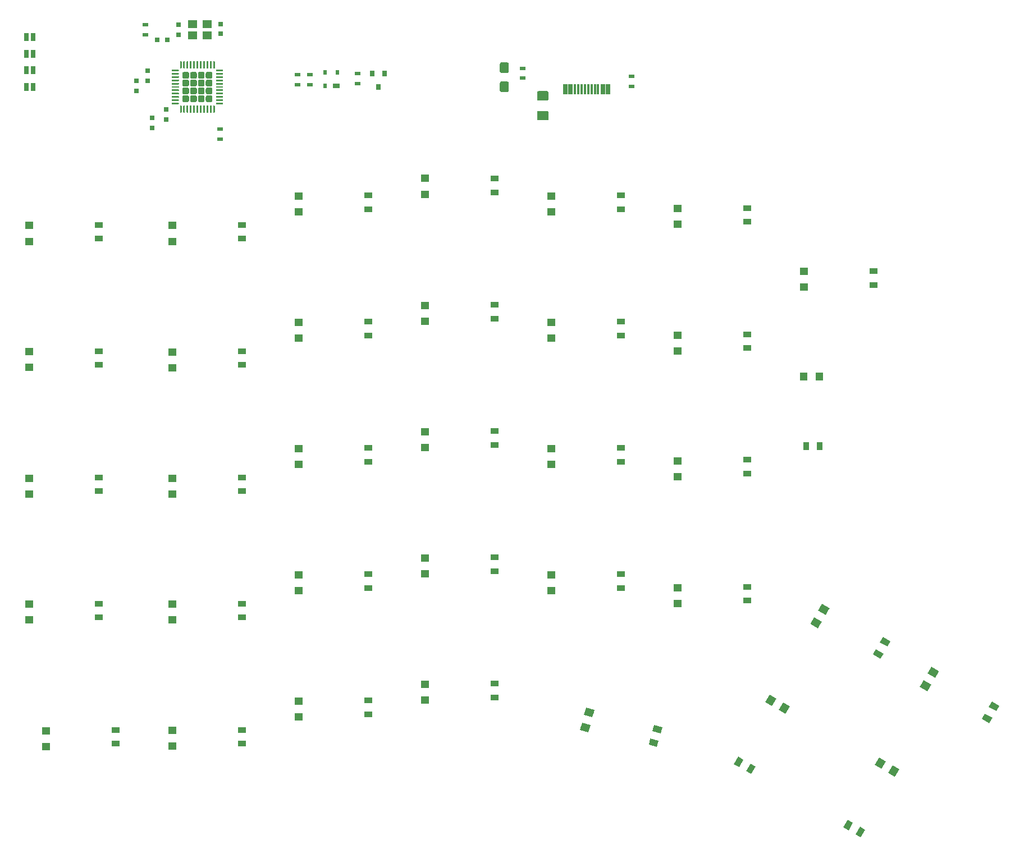
<source format=gbp>
G04 #@! TF.GenerationSoftware,KiCad,Pcbnew,(5.1.5)-3*
G04 #@! TF.CreationDate,2020-05-15T01:17:07+04:00*
G04 #@! TF.ProjectId,redox_rev2_ng-THT,7265646f-785f-4726-9576-325f6e672d54,2.0 NG*
G04 #@! TF.SameCoordinates,Original*
G04 #@! TF.FileFunction,Paste,Bot*
G04 #@! TF.FilePolarity,Positive*
%FSLAX46Y46*%
G04 Gerber Fmt 4.6, Leading zero omitted, Abs format (unit mm)*
G04 Created by KiCad (PCBNEW (5.1.5)-3) date 2020-05-15 01:17:07*
%MOMM*%
%LPD*%
G04 APERTURE LIST*
%ADD10R,0.700000X1.550000*%
%ADD11R,0.400000X1.550000*%
%ADD12R,0.900000X0.500000*%
%ADD13R,0.800000X0.900000*%
%ADD14R,1.300000X0.900000*%
%ADD15C,0.100000*%
%ADD16R,0.900000X1.300000*%
%ADD17R,0.750000X0.800000*%
%ADD18R,1.300000X1.100000*%
%ADD19R,1.300000X0.700000*%
%ADD20R,1.100000X1.300000*%
%ADD21R,0.700000X1.300000*%
%ADD22R,0.635000X1.143000*%
%ADD23R,1.000000X0.700000*%
%ADD24R,0.600000X0.700000*%
%ADD25R,1.400000X1.200000*%
%ADD26R,0.800000X0.750000*%
G04 APERTURE END LIST*
D10*
X173425000Y-49095000D03*
X166975000Y-49095000D03*
X172650000Y-49095000D03*
X167750000Y-49095000D03*
D11*
X168450000Y-49095000D03*
X171950000Y-49095000D03*
X168950000Y-49095000D03*
X171450000Y-49095000D03*
X169450000Y-49095000D03*
X170950000Y-49095000D03*
X170450000Y-49095000D03*
X169950000Y-49095000D03*
D12*
X135700000Y-48250000D03*
X135700000Y-46750000D03*
D13*
X138800000Y-48750000D03*
X139750000Y-46750000D03*
X137850000Y-46750000D03*
D14*
X96647000Y-71662000D03*
X96647000Y-69562000D03*
X96647000Y-90712000D03*
X96647000Y-88612000D03*
X96647000Y-109762000D03*
X96647000Y-107662000D03*
X96647000Y-128812000D03*
X96647000Y-126712000D03*
X99187000Y-147862000D03*
X99187000Y-145762000D03*
X118237000Y-71662000D03*
X118237000Y-69562000D03*
X118237000Y-90712000D03*
X118237000Y-88612000D03*
X118237000Y-109762000D03*
X118237000Y-107662000D03*
X118237000Y-128812000D03*
X118237000Y-126712000D03*
X118200000Y-147862000D03*
X118200000Y-145762000D03*
X137300000Y-67217000D03*
X137300000Y-65117000D03*
X137300000Y-86267000D03*
X137300000Y-84167000D03*
X137287000Y-105317000D03*
X137287000Y-103217000D03*
X137287000Y-124367000D03*
X137287000Y-122267000D03*
X137287000Y-143417000D03*
X137287000Y-141317000D03*
X156337000Y-64677000D03*
X156337000Y-62577000D03*
X156337000Y-83727000D03*
X156337000Y-81627000D03*
X156300000Y-102777000D03*
X156300000Y-100677000D03*
X156337000Y-121827000D03*
X156337000Y-119727000D03*
X156337000Y-140877000D03*
X156337000Y-138777000D03*
X175387000Y-67217000D03*
X175387000Y-65117000D03*
X175387000Y-86267000D03*
X175387000Y-84167000D03*
X175387000Y-105317000D03*
X175387000Y-103217000D03*
X175400000Y-124367000D03*
X175400000Y-122267000D03*
D15*
G36*
X179810857Y-147096323D02*
G01*
X181066560Y-147432788D01*
X180833623Y-148302121D01*
X179577920Y-147965656D01*
X179810857Y-147096323D01*
G37*
G36*
X180354377Y-145067879D02*
G01*
X181610080Y-145404344D01*
X181377143Y-146273677D01*
X180121440Y-145937212D01*
X180354377Y-145067879D01*
G37*
D14*
X194437000Y-69122000D03*
X194437000Y-67022000D03*
X194437000Y-88172000D03*
X194437000Y-86072000D03*
X194400000Y-107095000D03*
X194400000Y-104995000D03*
X194400000Y-126272000D03*
X194400000Y-124172000D03*
D15*
G36*
X193861384Y-150267083D02*
G01*
X193211384Y-151392917D01*
X192431962Y-150942917D01*
X193081962Y-149817083D01*
X193861384Y-150267083D01*
G37*
G36*
X195680038Y-151317083D02*
G01*
X195030038Y-152442917D01*
X194250616Y-151992917D01*
X194900616Y-150867083D01*
X195680038Y-151317083D01*
G37*
D14*
X213487000Y-78647000D03*
X213487000Y-76547000D03*
D16*
X203293000Y-102997000D03*
X205393000Y-102997000D03*
D15*
G36*
X213837083Y-133594616D02*
G01*
X214962917Y-134244616D01*
X214512917Y-135024038D01*
X213387083Y-134374038D01*
X213837083Y-133594616D01*
G37*
G36*
X214887083Y-131775962D02*
G01*
X216012917Y-132425962D01*
X215562917Y-133205384D01*
X214437083Y-132555384D01*
X214887083Y-131775962D01*
G37*
G36*
X230277083Y-143323616D02*
G01*
X231402917Y-143973616D01*
X230952917Y-144753038D01*
X229827083Y-144103038D01*
X230277083Y-143323616D01*
G37*
G36*
X231327083Y-141504962D02*
G01*
X232452917Y-142154962D01*
X232002917Y-142934384D01*
X230877083Y-142284384D01*
X231327083Y-141504962D01*
G37*
G36*
X210371384Y-159792083D02*
G01*
X209721384Y-160917917D01*
X208941962Y-160467917D01*
X209591962Y-159342083D01*
X210371384Y-159792083D01*
G37*
G36*
X212190038Y-160842083D02*
G01*
X211540038Y-161967917D01*
X210760616Y-161517917D01*
X211410616Y-160392083D01*
X212190038Y-160842083D01*
G37*
D17*
X104700000Y-53450000D03*
X104700000Y-54950000D03*
D18*
X86106000Y-69716000D03*
X86106000Y-72016000D03*
D19*
X86106000Y-69466000D03*
X86106000Y-72266000D03*
D18*
X86100000Y-88750000D03*
X86100000Y-91050000D03*
D19*
X86100000Y-88500000D03*
X86100000Y-91300000D03*
D18*
X86100000Y-107850000D03*
X86100000Y-110150000D03*
D19*
X86100000Y-107600000D03*
X86100000Y-110400000D03*
D18*
X86100000Y-126850000D03*
X86100000Y-129150000D03*
D19*
X86100000Y-126600000D03*
X86100000Y-129400000D03*
D18*
X88700000Y-145950000D03*
X88700000Y-148250000D03*
D19*
X88700000Y-145700000D03*
X88700000Y-148500000D03*
D18*
X107696000Y-69716000D03*
X107696000Y-72016000D03*
D19*
X107696000Y-69466000D03*
X107696000Y-72266000D03*
D18*
X107700000Y-88800000D03*
X107700000Y-91100000D03*
D19*
X107700000Y-88550000D03*
X107700000Y-91350000D03*
D18*
X107700000Y-107850000D03*
X107700000Y-110150000D03*
D19*
X107700000Y-107600000D03*
X107700000Y-110400000D03*
D18*
X107700000Y-126850000D03*
X107700000Y-129150000D03*
D19*
X107700000Y-126600000D03*
X107700000Y-129400000D03*
D18*
X107700000Y-145900000D03*
X107700000Y-148200000D03*
D19*
X107700000Y-145650000D03*
X107700000Y-148450000D03*
D18*
X126746000Y-65250000D03*
X126746000Y-67550000D03*
D19*
X126746000Y-65000000D03*
X126746000Y-67800000D03*
D18*
X126800000Y-84350000D03*
X126800000Y-86650000D03*
D19*
X126800000Y-84100000D03*
X126800000Y-86900000D03*
D18*
X126800000Y-103350000D03*
X126800000Y-105650000D03*
D19*
X126800000Y-103100000D03*
X126800000Y-105900000D03*
D18*
X126800000Y-122450000D03*
X126800000Y-124750000D03*
D19*
X126800000Y-122200000D03*
X126800000Y-125000000D03*
D18*
X126800000Y-141450000D03*
X126800000Y-143750000D03*
D19*
X126800000Y-141200000D03*
X126800000Y-144000000D03*
D18*
X145796000Y-62604000D03*
X145796000Y-64904000D03*
D19*
X145796000Y-62354000D03*
X145796000Y-65154000D03*
D18*
X145800000Y-81750000D03*
X145800000Y-84050000D03*
D19*
X145800000Y-81500000D03*
X145800000Y-84300000D03*
D18*
X145800000Y-100850000D03*
X145800000Y-103150000D03*
D19*
X145800000Y-100600000D03*
X145800000Y-103400000D03*
D18*
X145800000Y-119850000D03*
X145800000Y-122150000D03*
D19*
X145800000Y-119600000D03*
X145800000Y-122400000D03*
D18*
X145800000Y-138900000D03*
X145800000Y-141200000D03*
D19*
X145800000Y-138650000D03*
X145800000Y-141450000D03*
D18*
X164846000Y-65250000D03*
X164846000Y-67550000D03*
D19*
X164846000Y-65000000D03*
X164846000Y-67800000D03*
D18*
X164900000Y-84350000D03*
X164900000Y-86650000D03*
D19*
X164900000Y-84100000D03*
X164900000Y-86900000D03*
D18*
X164900000Y-103350000D03*
X164900000Y-105650000D03*
D19*
X164900000Y-103100000D03*
X164900000Y-105900000D03*
D18*
X164900000Y-122450000D03*
X164900000Y-124750000D03*
D19*
X164900000Y-122200000D03*
X164900000Y-125000000D03*
D15*
G36*
X171080785Y-143877862D02*
G01*
X169825082Y-143541397D01*
X170109783Y-142478878D01*
X171365486Y-142815343D01*
X171080785Y-143877862D01*
G37*
G36*
X170485501Y-146099492D02*
G01*
X169229798Y-145763027D01*
X169514499Y-144700508D01*
X170770202Y-145036973D01*
X170485501Y-146099492D01*
G37*
G36*
X171197254Y-143443195D02*
G01*
X169941551Y-143106731D01*
X170122724Y-142430583D01*
X171378427Y-142767047D01*
X171197254Y-143443195D01*
G37*
G36*
X170472560Y-146147787D02*
G01*
X169216857Y-145811323D01*
X169398030Y-145135175D01*
X170653733Y-145471639D01*
X170472560Y-146147787D01*
G37*
D18*
X183900000Y-67150000D03*
X183900000Y-69450000D03*
D19*
X183900000Y-66900000D03*
X183900000Y-69700000D03*
D18*
X183900000Y-86250000D03*
X183900000Y-88550000D03*
D19*
X183900000Y-86000000D03*
X183900000Y-88800000D03*
D18*
X183900000Y-105250000D03*
X183900000Y-107550000D03*
D19*
X183900000Y-105000000D03*
X183900000Y-107800000D03*
D18*
X183900000Y-124350000D03*
X183900000Y-126650000D03*
D19*
X183900000Y-124100000D03*
X183900000Y-126900000D03*
D15*
G36*
X199194615Y-142762917D02*
G01*
X199844615Y-141637083D01*
X200797243Y-142187083D01*
X200147243Y-143312917D01*
X199194615Y-142762917D01*
G37*
G36*
X197202757Y-141612917D02*
G01*
X197852757Y-140487083D01*
X198805385Y-141037083D01*
X198155385Y-142162917D01*
X197202757Y-141612917D01*
G37*
G36*
X199584327Y-142987917D02*
G01*
X200234327Y-141862083D01*
X200840545Y-142212083D01*
X200190545Y-143337917D01*
X199584327Y-142987917D01*
G37*
G36*
X197159455Y-141587917D02*
G01*
X197809455Y-140462083D01*
X198415673Y-140812083D01*
X197765673Y-141937917D01*
X197159455Y-141587917D01*
G37*
D18*
X202946000Y-76650000D03*
X202946000Y-78950000D03*
D19*
X202946000Y-76400000D03*
X202946000Y-79200000D03*
D20*
X205250000Y-92456000D03*
X202950000Y-92456000D03*
D21*
X205500000Y-92456000D03*
X202700000Y-92456000D03*
D15*
G36*
X206262917Y-128405385D02*
G01*
X205137083Y-127755385D01*
X205687083Y-126802757D01*
X206812917Y-127452757D01*
X206262917Y-128405385D01*
G37*
G36*
X205112917Y-130397243D02*
G01*
X203987083Y-129747243D01*
X204537083Y-128794615D01*
X205662917Y-129444615D01*
X205112917Y-130397243D01*
G37*
G36*
X206487917Y-128015673D02*
G01*
X205362083Y-127365673D01*
X205712083Y-126759455D01*
X206837917Y-127409455D01*
X206487917Y-128015673D01*
G37*
G36*
X205087917Y-130440545D02*
G01*
X203962083Y-129790545D01*
X204312083Y-129184327D01*
X205437917Y-129834327D01*
X205087917Y-130440545D01*
G37*
G36*
X222762917Y-137905385D02*
G01*
X221637083Y-137255385D01*
X222187083Y-136302757D01*
X223312917Y-136952757D01*
X222762917Y-137905385D01*
G37*
G36*
X221612917Y-139897243D02*
G01*
X220487083Y-139247243D01*
X221037083Y-138294615D01*
X222162917Y-138944615D01*
X221612917Y-139897243D01*
G37*
G36*
X222987917Y-137515673D02*
G01*
X221862083Y-136865673D01*
X222212083Y-136259455D01*
X223337917Y-136909455D01*
X222987917Y-137515673D01*
G37*
G36*
X221587917Y-139940545D02*
G01*
X220462083Y-139290545D01*
X220812083Y-138684327D01*
X221937917Y-139334327D01*
X221587917Y-139940545D01*
G37*
G36*
X215690544Y-152237917D02*
G01*
X216340544Y-151112083D01*
X217293172Y-151662083D01*
X216643172Y-152787917D01*
X215690544Y-152237917D01*
G37*
G36*
X213698686Y-151087917D02*
G01*
X214348686Y-149962083D01*
X215301314Y-150512083D01*
X214651314Y-151637917D01*
X213698686Y-151087917D01*
G37*
G36*
X216080256Y-152462917D02*
G01*
X216730256Y-151337083D01*
X217336474Y-151687083D01*
X216686474Y-152812917D01*
X216080256Y-152462917D01*
G37*
G36*
X213655384Y-151062917D02*
G01*
X214305384Y-149937083D01*
X214911602Y-150287083D01*
X214261602Y-151412917D01*
X213655384Y-151062917D01*
G37*
D22*
X85734620Y-46242000D03*
X86735380Y-46242000D03*
X85734620Y-48802000D03*
X86735380Y-48802000D03*
X85734620Y-43759000D03*
X86735380Y-43759000D03*
X85734620Y-41199000D03*
X86735380Y-41199000D03*
D23*
X132450000Y-48600000D03*
D24*
X132650000Y-46600000D03*
X130750000Y-48600000D03*
X130750000Y-46600000D03*
D25*
X113000000Y-39280000D03*
X110800000Y-39280000D03*
X110800000Y-40980000D03*
X113000000Y-40980000D03*
D17*
X115000000Y-39250000D03*
X115000000Y-40750000D03*
X108700000Y-39400000D03*
X108700000Y-40900000D03*
D26*
X105450000Y-41700000D03*
X106950000Y-41700000D03*
D17*
X102300000Y-49350000D03*
X102300000Y-47850000D03*
X106800000Y-52150000D03*
X106800000Y-53650000D03*
D12*
X160600000Y-47450000D03*
X160600000Y-45950000D03*
X177000000Y-48650000D03*
X177000000Y-47150000D03*
X126650000Y-46900000D03*
X126650000Y-48400000D03*
X128450000Y-46900000D03*
X128450000Y-48400000D03*
X103632000Y-40882000D03*
X103632000Y-39382000D03*
X114900000Y-55150000D03*
X114900000Y-56650000D03*
D15*
G36*
X158249505Y-45076204D02*
G01*
X158273773Y-45079804D01*
X158297572Y-45085765D01*
X158320671Y-45094030D01*
X158342850Y-45104520D01*
X158363893Y-45117132D01*
X158383599Y-45131747D01*
X158401777Y-45148223D01*
X158418253Y-45166401D01*
X158432868Y-45186107D01*
X158445480Y-45207150D01*
X158455970Y-45229329D01*
X158464235Y-45252428D01*
X158470196Y-45276227D01*
X158473796Y-45300495D01*
X158475000Y-45324999D01*
X158475000Y-46400001D01*
X158473796Y-46424505D01*
X158470196Y-46448773D01*
X158464235Y-46472572D01*
X158455970Y-46495671D01*
X158445480Y-46517850D01*
X158432868Y-46538893D01*
X158418253Y-46558599D01*
X158401777Y-46576777D01*
X158383599Y-46593253D01*
X158363893Y-46607868D01*
X158342850Y-46620480D01*
X158320671Y-46630970D01*
X158297572Y-46639235D01*
X158273773Y-46645196D01*
X158249505Y-46648796D01*
X158225001Y-46650000D01*
X157374999Y-46650000D01*
X157350495Y-46648796D01*
X157326227Y-46645196D01*
X157302428Y-46639235D01*
X157279329Y-46630970D01*
X157257150Y-46620480D01*
X157236107Y-46607868D01*
X157216401Y-46593253D01*
X157198223Y-46576777D01*
X157181747Y-46558599D01*
X157167132Y-46538893D01*
X157154520Y-46517850D01*
X157144030Y-46495671D01*
X157135765Y-46472572D01*
X157129804Y-46448773D01*
X157126204Y-46424505D01*
X157125000Y-46400001D01*
X157125000Y-45324999D01*
X157126204Y-45300495D01*
X157129804Y-45276227D01*
X157135765Y-45252428D01*
X157144030Y-45229329D01*
X157154520Y-45207150D01*
X157167132Y-45186107D01*
X157181747Y-45166401D01*
X157198223Y-45148223D01*
X157216401Y-45131747D01*
X157236107Y-45117132D01*
X157257150Y-45104520D01*
X157279329Y-45094030D01*
X157302428Y-45085765D01*
X157326227Y-45079804D01*
X157350495Y-45076204D01*
X157374999Y-45075000D01*
X158225001Y-45075000D01*
X158249505Y-45076204D01*
G37*
G36*
X158249505Y-47951204D02*
G01*
X158273773Y-47954804D01*
X158297572Y-47960765D01*
X158320671Y-47969030D01*
X158342850Y-47979520D01*
X158363893Y-47992132D01*
X158383599Y-48006747D01*
X158401777Y-48023223D01*
X158418253Y-48041401D01*
X158432868Y-48061107D01*
X158445480Y-48082150D01*
X158455970Y-48104329D01*
X158464235Y-48127428D01*
X158470196Y-48151227D01*
X158473796Y-48175495D01*
X158475000Y-48199999D01*
X158475000Y-49275001D01*
X158473796Y-49299505D01*
X158470196Y-49323773D01*
X158464235Y-49347572D01*
X158455970Y-49370671D01*
X158445480Y-49392850D01*
X158432868Y-49413893D01*
X158418253Y-49433599D01*
X158401777Y-49451777D01*
X158383599Y-49468253D01*
X158363893Y-49482868D01*
X158342850Y-49495480D01*
X158320671Y-49505970D01*
X158297572Y-49514235D01*
X158273773Y-49520196D01*
X158249505Y-49523796D01*
X158225001Y-49525000D01*
X157374999Y-49525000D01*
X157350495Y-49523796D01*
X157326227Y-49520196D01*
X157302428Y-49514235D01*
X157279329Y-49505970D01*
X157257150Y-49495480D01*
X157236107Y-49482868D01*
X157216401Y-49468253D01*
X157198223Y-49451777D01*
X157181747Y-49433599D01*
X157167132Y-49413893D01*
X157154520Y-49392850D01*
X157144030Y-49370671D01*
X157135765Y-49347572D01*
X157129804Y-49323773D01*
X157126204Y-49299505D01*
X157125000Y-49275001D01*
X157125000Y-48199999D01*
X157126204Y-48175495D01*
X157129804Y-48151227D01*
X157135765Y-48127428D01*
X157144030Y-48104329D01*
X157154520Y-48082150D01*
X157167132Y-48061107D01*
X157181747Y-48041401D01*
X157198223Y-48023223D01*
X157216401Y-48006747D01*
X157236107Y-47992132D01*
X157257150Y-47979520D01*
X157279329Y-47969030D01*
X157302428Y-47960765D01*
X157326227Y-47954804D01*
X157350495Y-47951204D01*
X157374999Y-47950000D01*
X158225001Y-47950000D01*
X158249505Y-47951204D01*
G37*
G36*
X164249504Y-49401204D02*
G01*
X164273773Y-49404804D01*
X164297571Y-49410765D01*
X164320671Y-49419030D01*
X164342849Y-49429520D01*
X164363893Y-49442133D01*
X164383598Y-49456747D01*
X164401777Y-49473223D01*
X164418253Y-49491402D01*
X164432867Y-49511107D01*
X164445480Y-49532151D01*
X164455970Y-49554329D01*
X164464235Y-49577429D01*
X164470196Y-49601227D01*
X164473796Y-49625496D01*
X164475000Y-49650000D01*
X164475000Y-50575000D01*
X164473796Y-50599504D01*
X164470196Y-50623773D01*
X164464235Y-50647571D01*
X164455970Y-50670671D01*
X164445480Y-50692849D01*
X164432867Y-50713893D01*
X164418253Y-50733598D01*
X164401777Y-50751777D01*
X164383598Y-50768253D01*
X164363893Y-50782867D01*
X164342849Y-50795480D01*
X164320671Y-50805970D01*
X164297571Y-50814235D01*
X164273773Y-50820196D01*
X164249504Y-50823796D01*
X164225000Y-50825000D01*
X162975000Y-50825000D01*
X162950496Y-50823796D01*
X162926227Y-50820196D01*
X162902429Y-50814235D01*
X162879329Y-50805970D01*
X162857151Y-50795480D01*
X162836107Y-50782867D01*
X162816402Y-50768253D01*
X162798223Y-50751777D01*
X162781747Y-50733598D01*
X162767133Y-50713893D01*
X162754520Y-50692849D01*
X162744030Y-50670671D01*
X162735765Y-50647571D01*
X162729804Y-50623773D01*
X162726204Y-50599504D01*
X162725000Y-50575000D01*
X162725000Y-49650000D01*
X162726204Y-49625496D01*
X162729804Y-49601227D01*
X162735765Y-49577429D01*
X162744030Y-49554329D01*
X162754520Y-49532151D01*
X162767133Y-49511107D01*
X162781747Y-49491402D01*
X162798223Y-49473223D01*
X162816402Y-49456747D01*
X162836107Y-49442133D01*
X162857151Y-49429520D01*
X162879329Y-49419030D01*
X162902429Y-49410765D01*
X162926227Y-49404804D01*
X162950496Y-49401204D01*
X162975000Y-49400000D01*
X164225000Y-49400000D01*
X164249504Y-49401204D01*
G37*
G36*
X164249504Y-52376204D02*
G01*
X164273773Y-52379804D01*
X164297571Y-52385765D01*
X164320671Y-52394030D01*
X164342849Y-52404520D01*
X164363893Y-52417133D01*
X164383598Y-52431747D01*
X164401777Y-52448223D01*
X164418253Y-52466402D01*
X164432867Y-52486107D01*
X164445480Y-52507151D01*
X164455970Y-52529329D01*
X164464235Y-52552429D01*
X164470196Y-52576227D01*
X164473796Y-52600496D01*
X164475000Y-52625000D01*
X164475000Y-53550000D01*
X164473796Y-53574504D01*
X164470196Y-53598773D01*
X164464235Y-53622571D01*
X164455970Y-53645671D01*
X164445480Y-53667849D01*
X164432867Y-53688893D01*
X164418253Y-53708598D01*
X164401777Y-53726777D01*
X164383598Y-53743253D01*
X164363893Y-53757867D01*
X164342849Y-53770480D01*
X164320671Y-53780970D01*
X164297571Y-53789235D01*
X164273773Y-53795196D01*
X164249504Y-53798796D01*
X164225000Y-53800000D01*
X162975000Y-53800000D01*
X162950496Y-53798796D01*
X162926227Y-53795196D01*
X162902429Y-53789235D01*
X162879329Y-53780970D01*
X162857151Y-53770480D01*
X162836107Y-53757867D01*
X162816402Y-53743253D01*
X162798223Y-53726777D01*
X162781747Y-53708598D01*
X162767133Y-53688893D01*
X162754520Y-53667849D01*
X162744030Y-53645671D01*
X162735765Y-53622571D01*
X162729804Y-53598773D01*
X162726204Y-53574504D01*
X162725000Y-53550000D01*
X162725000Y-52625000D01*
X162726204Y-52600496D01*
X162729804Y-52576227D01*
X162735765Y-52552429D01*
X162744030Y-52529329D01*
X162754520Y-52507151D01*
X162767133Y-52486107D01*
X162781747Y-52466402D01*
X162798223Y-52448223D01*
X162816402Y-52431747D01*
X162836107Y-52417133D01*
X162857151Y-52404520D01*
X162879329Y-52394030D01*
X162902429Y-52385765D01*
X162926227Y-52379804D01*
X162950496Y-52376204D01*
X162975000Y-52375000D01*
X164225000Y-52375000D01*
X164249504Y-52376204D01*
G37*
G36*
X110021493Y-50028216D02*
G01*
X110045761Y-50031816D01*
X110069560Y-50037777D01*
X110092659Y-50046042D01*
X110114838Y-50056532D01*
X110135881Y-50069144D01*
X110155587Y-50083759D01*
X110173765Y-50100235D01*
X110190241Y-50118413D01*
X110204856Y-50138119D01*
X110217468Y-50159162D01*
X110227958Y-50181341D01*
X110236223Y-50204440D01*
X110242184Y-50228239D01*
X110245784Y-50252507D01*
X110246988Y-50277011D01*
X110246988Y-50783989D01*
X110245784Y-50808493D01*
X110242184Y-50832761D01*
X110236223Y-50856560D01*
X110227958Y-50879659D01*
X110217468Y-50901838D01*
X110204856Y-50922881D01*
X110190241Y-50942587D01*
X110173765Y-50960765D01*
X110155587Y-50977241D01*
X110135881Y-50991856D01*
X110114838Y-51004468D01*
X110092659Y-51014958D01*
X110069560Y-51023223D01*
X110045761Y-51029184D01*
X110021493Y-51032784D01*
X109996989Y-51033988D01*
X109490011Y-51033988D01*
X109465507Y-51032784D01*
X109441239Y-51029184D01*
X109417440Y-51023223D01*
X109394341Y-51014958D01*
X109372162Y-51004468D01*
X109351119Y-50991856D01*
X109331413Y-50977241D01*
X109313235Y-50960765D01*
X109296759Y-50942587D01*
X109282144Y-50922881D01*
X109269532Y-50901838D01*
X109259042Y-50879659D01*
X109250777Y-50856560D01*
X109244816Y-50832761D01*
X109241216Y-50808493D01*
X109240012Y-50783989D01*
X109240012Y-50277011D01*
X109241216Y-50252507D01*
X109244816Y-50228239D01*
X109250777Y-50204440D01*
X109259042Y-50181341D01*
X109269532Y-50159162D01*
X109282144Y-50138119D01*
X109296759Y-50118413D01*
X109313235Y-50100235D01*
X109331413Y-50083759D01*
X109351119Y-50069144D01*
X109372162Y-50056532D01*
X109394341Y-50046042D01*
X109417440Y-50037777D01*
X109441239Y-50031816D01*
X109465507Y-50028216D01*
X109490011Y-50027012D01*
X109996989Y-50027012D01*
X110021493Y-50028216D01*
G37*
G36*
X110021493Y-48853216D02*
G01*
X110045761Y-48856816D01*
X110069560Y-48862777D01*
X110092659Y-48871042D01*
X110114838Y-48881532D01*
X110135881Y-48894144D01*
X110155587Y-48908759D01*
X110173765Y-48925235D01*
X110190241Y-48943413D01*
X110204856Y-48963119D01*
X110217468Y-48984162D01*
X110227958Y-49006341D01*
X110236223Y-49029440D01*
X110242184Y-49053239D01*
X110245784Y-49077507D01*
X110246988Y-49102011D01*
X110246988Y-49608989D01*
X110245784Y-49633493D01*
X110242184Y-49657761D01*
X110236223Y-49681560D01*
X110227958Y-49704659D01*
X110217468Y-49726838D01*
X110204856Y-49747881D01*
X110190241Y-49767587D01*
X110173765Y-49785765D01*
X110155587Y-49802241D01*
X110135881Y-49816856D01*
X110114838Y-49829468D01*
X110092659Y-49839958D01*
X110069560Y-49848223D01*
X110045761Y-49854184D01*
X110021493Y-49857784D01*
X109996989Y-49858988D01*
X109490011Y-49858988D01*
X109465507Y-49857784D01*
X109441239Y-49854184D01*
X109417440Y-49848223D01*
X109394341Y-49839958D01*
X109372162Y-49829468D01*
X109351119Y-49816856D01*
X109331413Y-49802241D01*
X109313235Y-49785765D01*
X109296759Y-49767587D01*
X109282144Y-49747881D01*
X109269532Y-49726838D01*
X109259042Y-49704659D01*
X109250777Y-49681560D01*
X109244816Y-49657761D01*
X109241216Y-49633493D01*
X109240012Y-49608989D01*
X109240012Y-49102011D01*
X109241216Y-49077507D01*
X109244816Y-49053239D01*
X109250777Y-49029440D01*
X109259042Y-49006341D01*
X109269532Y-48984162D01*
X109282144Y-48963119D01*
X109296759Y-48943413D01*
X109313235Y-48925235D01*
X109331413Y-48908759D01*
X109351119Y-48894144D01*
X109372162Y-48881532D01*
X109394341Y-48871042D01*
X109417440Y-48862777D01*
X109441239Y-48856816D01*
X109465507Y-48853216D01*
X109490011Y-48852012D01*
X109996989Y-48852012D01*
X110021493Y-48853216D01*
G37*
G36*
X110021493Y-47678216D02*
G01*
X110045761Y-47681816D01*
X110069560Y-47687777D01*
X110092659Y-47696042D01*
X110114838Y-47706532D01*
X110135881Y-47719144D01*
X110155587Y-47733759D01*
X110173765Y-47750235D01*
X110190241Y-47768413D01*
X110204856Y-47788119D01*
X110217468Y-47809162D01*
X110227958Y-47831341D01*
X110236223Y-47854440D01*
X110242184Y-47878239D01*
X110245784Y-47902507D01*
X110246988Y-47927011D01*
X110246988Y-48433989D01*
X110245784Y-48458493D01*
X110242184Y-48482761D01*
X110236223Y-48506560D01*
X110227958Y-48529659D01*
X110217468Y-48551838D01*
X110204856Y-48572881D01*
X110190241Y-48592587D01*
X110173765Y-48610765D01*
X110155587Y-48627241D01*
X110135881Y-48641856D01*
X110114838Y-48654468D01*
X110092659Y-48664958D01*
X110069560Y-48673223D01*
X110045761Y-48679184D01*
X110021493Y-48682784D01*
X109996989Y-48683988D01*
X109490011Y-48683988D01*
X109465507Y-48682784D01*
X109441239Y-48679184D01*
X109417440Y-48673223D01*
X109394341Y-48664958D01*
X109372162Y-48654468D01*
X109351119Y-48641856D01*
X109331413Y-48627241D01*
X109313235Y-48610765D01*
X109296759Y-48592587D01*
X109282144Y-48572881D01*
X109269532Y-48551838D01*
X109259042Y-48529659D01*
X109250777Y-48506560D01*
X109244816Y-48482761D01*
X109241216Y-48458493D01*
X109240012Y-48433989D01*
X109240012Y-47927011D01*
X109241216Y-47902507D01*
X109244816Y-47878239D01*
X109250777Y-47854440D01*
X109259042Y-47831341D01*
X109269532Y-47809162D01*
X109282144Y-47788119D01*
X109296759Y-47768413D01*
X109313235Y-47750235D01*
X109331413Y-47733759D01*
X109351119Y-47719144D01*
X109372162Y-47706532D01*
X109394341Y-47696042D01*
X109417440Y-47687777D01*
X109441239Y-47681816D01*
X109465507Y-47678216D01*
X109490011Y-47677012D01*
X109996989Y-47677012D01*
X110021493Y-47678216D01*
G37*
G36*
X110021493Y-46503216D02*
G01*
X110045761Y-46506816D01*
X110069560Y-46512777D01*
X110092659Y-46521042D01*
X110114838Y-46531532D01*
X110135881Y-46544144D01*
X110155587Y-46558759D01*
X110173765Y-46575235D01*
X110190241Y-46593413D01*
X110204856Y-46613119D01*
X110217468Y-46634162D01*
X110227958Y-46656341D01*
X110236223Y-46679440D01*
X110242184Y-46703239D01*
X110245784Y-46727507D01*
X110246988Y-46752011D01*
X110246988Y-47258989D01*
X110245784Y-47283493D01*
X110242184Y-47307761D01*
X110236223Y-47331560D01*
X110227958Y-47354659D01*
X110217468Y-47376838D01*
X110204856Y-47397881D01*
X110190241Y-47417587D01*
X110173765Y-47435765D01*
X110155587Y-47452241D01*
X110135881Y-47466856D01*
X110114838Y-47479468D01*
X110092659Y-47489958D01*
X110069560Y-47498223D01*
X110045761Y-47504184D01*
X110021493Y-47507784D01*
X109996989Y-47508988D01*
X109490011Y-47508988D01*
X109465507Y-47507784D01*
X109441239Y-47504184D01*
X109417440Y-47498223D01*
X109394341Y-47489958D01*
X109372162Y-47479468D01*
X109351119Y-47466856D01*
X109331413Y-47452241D01*
X109313235Y-47435765D01*
X109296759Y-47417587D01*
X109282144Y-47397881D01*
X109269532Y-47376838D01*
X109259042Y-47354659D01*
X109250777Y-47331560D01*
X109244816Y-47307761D01*
X109241216Y-47283493D01*
X109240012Y-47258989D01*
X109240012Y-46752011D01*
X109241216Y-46727507D01*
X109244816Y-46703239D01*
X109250777Y-46679440D01*
X109259042Y-46656341D01*
X109269532Y-46634162D01*
X109282144Y-46613119D01*
X109296759Y-46593413D01*
X109313235Y-46575235D01*
X109331413Y-46558759D01*
X109351119Y-46544144D01*
X109372162Y-46531532D01*
X109394341Y-46521042D01*
X109417440Y-46512777D01*
X109441239Y-46506816D01*
X109465507Y-46503216D01*
X109490011Y-46502012D01*
X109996989Y-46502012D01*
X110021493Y-46503216D01*
G37*
G36*
X111196493Y-50028216D02*
G01*
X111220761Y-50031816D01*
X111244560Y-50037777D01*
X111267659Y-50046042D01*
X111289838Y-50056532D01*
X111310881Y-50069144D01*
X111330587Y-50083759D01*
X111348765Y-50100235D01*
X111365241Y-50118413D01*
X111379856Y-50138119D01*
X111392468Y-50159162D01*
X111402958Y-50181341D01*
X111411223Y-50204440D01*
X111417184Y-50228239D01*
X111420784Y-50252507D01*
X111421988Y-50277011D01*
X111421988Y-50783989D01*
X111420784Y-50808493D01*
X111417184Y-50832761D01*
X111411223Y-50856560D01*
X111402958Y-50879659D01*
X111392468Y-50901838D01*
X111379856Y-50922881D01*
X111365241Y-50942587D01*
X111348765Y-50960765D01*
X111330587Y-50977241D01*
X111310881Y-50991856D01*
X111289838Y-51004468D01*
X111267659Y-51014958D01*
X111244560Y-51023223D01*
X111220761Y-51029184D01*
X111196493Y-51032784D01*
X111171989Y-51033988D01*
X110665011Y-51033988D01*
X110640507Y-51032784D01*
X110616239Y-51029184D01*
X110592440Y-51023223D01*
X110569341Y-51014958D01*
X110547162Y-51004468D01*
X110526119Y-50991856D01*
X110506413Y-50977241D01*
X110488235Y-50960765D01*
X110471759Y-50942587D01*
X110457144Y-50922881D01*
X110444532Y-50901838D01*
X110434042Y-50879659D01*
X110425777Y-50856560D01*
X110419816Y-50832761D01*
X110416216Y-50808493D01*
X110415012Y-50783989D01*
X110415012Y-50277011D01*
X110416216Y-50252507D01*
X110419816Y-50228239D01*
X110425777Y-50204440D01*
X110434042Y-50181341D01*
X110444532Y-50159162D01*
X110457144Y-50138119D01*
X110471759Y-50118413D01*
X110488235Y-50100235D01*
X110506413Y-50083759D01*
X110526119Y-50069144D01*
X110547162Y-50056532D01*
X110569341Y-50046042D01*
X110592440Y-50037777D01*
X110616239Y-50031816D01*
X110640507Y-50028216D01*
X110665011Y-50027012D01*
X111171989Y-50027012D01*
X111196493Y-50028216D01*
G37*
G36*
X111196493Y-48853216D02*
G01*
X111220761Y-48856816D01*
X111244560Y-48862777D01*
X111267659Y-48871042D01*
X111289838Y-48881532D01*
X111310881Y-48894144D01*
X111330587Y-48908759D01*
X111348765Y-48925235D01*
X111365241Y-48943413D01*
X111379856Y-48963119D01*
X111392468Y-48984162D01*
X111402958Y-49006341D01*
X111411223Y-49029440D01*
X111417184Y-49053239D01*
X111420784Y-49077507D01*
X111421988Y-49102011D01*
X111421988Y-49608989D01*
X111420784Y-49633493D01*
X111417184Y-49657761D01*
X111411223Y-49681560D01*
X111402958Y-49704659D01*
X111392468Y-49726838D01*
X111379856Y-49747881D01*
X111365241Y-49767587D01*
X111348765Y-49785765D01*
X111330587Y-49802241D01*
X111310881Y-49816856D01*
X111289838Y-49829468D01*
X111267659Y-49839958D01*
X111244560Y-49848223D01*
X111220761Y-49854184D01*
X111196493Y-49857784D01*
X111171989Y-49858988D01*
X110665011Y-49858988D01*
X110640507Y-49857784D01*
X110616239Y-49854184D01*
X110592440Y-49848223D01*
X110569341Y-49839958D01*
X110547162Y-49829468D01*
X110526119Y-49816856D01*
X110506413Y-49802241D01*
X110488235Y-49785765D01*
X110471759Y-49767587D01*
X110457144Y-49747881D01*
X110444532Y-49726838D01*
X110434042Y-49704659D01*
X110425777Y-49681560D01*
X110419816Y-49657761D01*
X110416216Y-49633493D01*
X110415012Y-49608989D01*
X110415012Y-49102011D01*
X110416216Y-49077507D01*
X110419816Y-49053239D01*
X110425777Y-49029440D01*
X110434042Y-49006341D01*
X110444532Y-48984162D01*
X110457144Y-48963119D01*
X110471759Y-48943413D01*
X110488235Y-48925235D01*
X110506413Y-48908759D01*
X110526119Y-48894144D01*
X110547162Y-48881532D01*
X110569341Y-48871042D01*
X110592440Y-48862777D01*
X110616239Y-48856816D01*
X110640507Y-48853216D01*
X110665011Y-48852012D01*
X111171989Y-48852012D01*
X111196493Y-48853216D01*
G37*
G36*
X111196493Y-47678216D02*
G01*
X111220761Y-47681816D01*
X111244560Y-47687777D01*
X111267659Y-47696042D01*
X111289838Y-47706532D01*
X111310881Y-47719144D01*
X111330587Y-47733759D01*
X111348765Y-47750235D01*
X111365241Y-47768413D01*
X111379856Y-47788119D01*
X111392468Y-47809162D01*
X111402958Y-47831341D01*
X111411223Y-47854440D01*
X111417184Y-47878239D01*
X111420784Y-47902507D01*
X111421988Y-47927011D01*
X111421988Y-48433989D01*
X111420784Y-48458493D01*
X111417184Y-48482761D01*
X111411223Y-48506560D01*
X111402958Y-48529659D01*
X111392468Y-48551838D01*
X111379856Y-48572881D01*
X111365241Y-48592587D01*
X111348765Y-48610765D01*
X111330587Y-48627241D01*
X111310881Y-48641856D01*
X111289838Y-48654468D01*
X111267659Y-48664958D01*
X111244560Y-48673223D01*
X111220761Y-48679184D01*
X111196493Y-48682784D01*
X111171989Y-48683988D01*
X110665011Y-48683988D01*
X110640507Y-48682784D01*
X110616239Y-48679184D01*
X110592440Y-48673223D01*
X110569341Y-48664958D01*
X110547162Y-48654468D01*
X110526119Y-48641856D01*
X110506413Y-48627241D01*
X110488235Y-48610765D01*
X110471759Y-48592587D01*
X110457144Y-48572881D01*
X110444532Y-48551838D01*
X110434042Y-48529659D01*
X110425777Y-48506560D01*
X110419816Y-48482761D01*
X110416216Y-48458493D01*
X110415012Y-48433989D01*
X110415012Y-47927011D01*
X110416216Y-47902507D01*
X110419816Y-47878239D01*
X110425777Y-47854440D01*
X110434042Y-47831341D01*
X110444532Y-47809162D01*
X110457144Y-47788119D01*
X110471759Y-47768413D01*
X110488235Y-47750235D01*
X110506413Y-47733759D01*
X110526119Y-47719144D01*
X110547162Y-47706532D01*
X110569341Y-47696042D01*
X110592440Y-47687777D01*
X110616239Y-47681816D01*
X110640507Y-47678216D01*
X110665011Y-47677012D01*
X111171989Y-47677012D01*
X111196493Y-47678216D01*
G37*
G36*
X111196493Y-46503216D02*
G01*
X111220761Y-46506816D01*
X111244560Y-46512777D01*
X111267659Y-46521042D01*
X111289838Y-46531532D01*
X111310881Y-46544144D01*
X111330587Y-46558759D01*
X111348765Y-46575235D01*
X111365241Y-46593413D01*
X111379856Y-46613119D01*
X111392468Y-46634162D01*
X111402958Y-46656341D01*
X111411223Y-46679440D01*
X111417184Y-46703239D01*
X111420784Y-46727507D01*
X111421988Y-46752011D01*
X111421988Y-47258989D01*
X111420784Y-47283493D01*
X111417184Y-47307761D01*
X111411223Y-47331560D01*
X111402958Y-47354659D01*
X111392468Y-47376838D01*
X111379856Y-47397881D01*
X111365241Y-47417587D01*
X111348765Y-47435765D01*
X111330587Y-47452241D01*
X111310881Y-47466856D01*
X111289838Y-47479468D01*
X111267659Y-47489958D01*
X111244560Y-47498223D01*
X111220761Y-47504184D01*
X111196493Y-47507784D01*
X111171989Y-47508988D01*
X110665011Y-47508988D01*
X110640507Y-47507784D01*
X110616239Y-47504184D01*
X110592440Y-47498223D01*
X110569341Y-47489958D01*
X110547162Y-47479468D01*
X110526119Y-47466856D01*
X110506413Y-47452241D01*
X110488235Y-47435765D01*
X110471759Y-47417587D01*
X110457144Y-47397881D01*
X110444532Y-47376838D01*
X110434042Y-47354659D01*
X110425777Y-47331560D01*
X110419816Y-47307761D01*
X110416216Y-47283493D01*
X110415012Y-47258989D01*
X110415012Y-46752011D01*
X110416216Y-46727507D01*
X110419816Y-46703239D01*
X110425777Y-46679440D01*
X110434042Y-46656341D01*
X110444532Y-46634162D01*
X110457144Y-46613119D01*
X110471759Y-46593413D01*
X110488235Y-46575235D01*
X110506413Y-46558759D01*
X110526119Y-46544144D01*
X110547162Y-46531532D01*
X110569341Y-46521042D01*
X110592440Y-46512777D01*
X110616239Y-46506816D01*
X110640507Y-46503216D01*
X110665011Y-46502012D01*
X111171989Y-46502012D01*
X111196493Y-46503216D01*
G37*
G36*
X112371493Y-50028216D02*
G01*
X112395761Y-50031816D01*
X112419560Y-50037777D01*
X112442659Y-50046042D01*
X112464838Y-50056532D01*
X112485881Y-50069144D01*
X112505587Y-50083759D01*
X112523765Y-50100235D01*
X112540241Y-50118413D01*
X112554856Y-50138119D01*
X112567468Y-50159162D01*
X112577958Y-50181341D01*
X112586223Y-50204440D01*
X112592184Y-50228239D01*
X112595784Y-50252507D01*
X112596988Y-50277011D01*
X112596988Y-50783989D01*
X112595784Y-50808493D01*
X112592184Y-50832761D01*
X112586223Y-50856560D01*
X112577958Y-50879659D01*
X112567468Y-50901838D01*
X112554856Y-50922881D01*
X112540241Y-50942587D01*
X112523765Y-50960765D01*
X112505587Y-50977241D01*
X112485881Y-50991856D01*
X112464838Y-51004468D01*
X112442659Y-51014958D01*
X112419560Y-51023223D01*
X112395761Y-51029184D01*
X112371493Y-51032784D01*
X112346989Y-51033988D01*
X111840011Y-51033988D01*
X111815507Y-51032784D01*
X111791239Y-51029184D01*
X111767440Y-51023223D01*
X111744341Y-51014958D01*
X111722162Y-51004468D01*
X111701119Y-50991856D01*
X111681413Y-50977241D01*
X111663235Y-50960765D01*
X111646759Y-50942587D01*
X111632144Y-50922881D01*
X111619532Y-50901838D01*
X111609042Y-50879659D01*
X111600777Y-50856560D01*
X111594816Y-50832761D01*
X111591216Y-50808493D01*
X111590012Y-50783989D01*
X111590012Y-50277011D01*
X111591216Y-50252507D01*
X111594816Y-50228239D01*
X111600777Y-50204440D01*
X111609042Y-50181341D01*
X111619532Y-50159162D01*
X111632144Y-50138119D01*
X111646759Y-50118413D01*
X111663235Y-50100235D01*
X111681413Y-50083759D01*
X111701119Y-50069144D01*
X111722162Y-50056532D01*
X111744341Y-50046042D01*
X111767440Y-50037777D01*
X111791239Y-50031816D01*
X111815507Y-50028216D01*
X111840011Y-50027012D01*
X112346989Y-50027012D01*
X112371493Y-50028216D01*
G37*
G36*
X112371493Y-48853216D02*
G01*
X112395761Y-48856816D01*
X112419560Y-48862777D01*
X112442659Y-48871042D01*
X112464838Y-48881532D01*
X112485881Y-48894144D01*
X112505587Y-48908759D01*
X112523765Y-48925235D01*
X112540241Y-48943413D01*
X112554856Y-48963119D01*
X112567468Y-48984162D01*
X112577958Y-49006341D01*
X112586223Y-49029440D01*
X112592184Y-49053239D01*
X112595784Y-49077507D01*
X112596988Y-49102011D01*
X112596988Y-49608989D01*
X112595784Y-49633493D01*
X112592184Y-49657761D01*
X112586223Y-49681560D01*
X112577958Y-49704659D01*
X112567468Y-49726838D01*
X112554856Y-49747881D01*
X112540241Y-49767587D01*
X112523765Y-49785765D01*
X112505587Y-49802241D01*
X112485881Y-49816856D01*
X112464838Y-49829468D01*
X112442659Y-49839958D01*
X112419560Y-49848223D01*
X112395761Y-49854184D01*
X112371493Y-49857784D01*
X112346989Y-49858988D01*
X111840011Y-49858988D01*
X111815507Y-49857784D01*
X111791239Y-49854184D01*
X111767440Y-49848223D01*
X111744341Y-49839958D01*
X111722162Y-49829468D01*
X111701119Y-49816856D01*
X111681413Y-49802241D01*
X111663235Y-49785765D01*
X111646759Y-49767587D01*
X111632144Y-49747881D01*
X111619532Y-49726838D01*
X111609042Y-49704659D01*
X111600777Y-49681560D01*
X111594816Y-49657761D01*
X111591216Y-49633493D01*
X111590012Y-49608989D01*
X111590012Y-49102011D01*
X111591216Y-49077507D01*
X111594816Y-49053239D01*
X111600777Y-49029440D01*
X111609042Y-49006341D01*
X111619532Y-48984162D01*
X111632144Y-48963119D01*
X111646759Y-48943413D01*
X111663235Y-48925235D01*
X111681413Y-48908759D01*
X111701119Y-48894144D01*
X111722162Y-48881532D01*
X111744341Y-48871042D01*
X111767440Y-48862777D01*
X111791239Y-48856816D01*
X111815507Y-48853216D01*
X111840011Y-48852012D01*
X112346989Y-48852012D01*
X112371493Y-48853216D01*
G37*
G36*
X112371493Y-47678216D02*
G01*
X112395761Y-47681816D01*
X112419560Y-47687777D01*
X112442659Y-47696042D01*
X112464838Y-47706532D01*
X112485881Y-47719144D01*
X112505587Y-47733759D01*
X112523765Y-47750235D01*
X112540241Y-47768413D01*
X112554856Y-47788119D01*
X112567468Y-47809162D01*
X112577958Y-47831341D01*
X112586223Y-47854440D01*
X112592184Y-47878239D01*
X112595784Y-47902507D01*
X112596988Y-47927011D01*
X112596988Y-48433989D01*
X112595784Y-48458493D01*
X112592184Y-48482761D01*
X112586223Y-48506560D01*
X112577958Y-48529659D01*
X112567468Y-48551838D01*
X112554856Y-48572881D01*
X112540241Y-48592587D01*
X112523765Y-48610765D01*
X112505587Y-48627241D01*
X112485881Y-48641856D01*
X112464838Y-48654468D01*
X112442659Y-48664958D01*
X112419560Y-48673223D01*
X112395761Y-48679184D01*
X112371493Y-48682784D01*
X112346989Y-48683988D01*
X111840011Y-48683988D01*
X111815507Y-48682784D01*
X111791239Y-48679184D01*
X111767440Y-48673223D01*
X111744341Y-48664958D01*
X111722162Y-48654468D01*
X111701119Y-48641856D01*
X111681413Y-48627241D01*
X111663235Y-48610765D01*
X111646759Y-48592587D01*
X111632144Y-48572881D01*
X111619532Y-48551838D01*
X111609042Y-48529659D01*
X111600777Y-48506560D01*
X111594816Y-48482761D01*
X111591216Y-48458493D01*
X111590012Y-48433989D01*
X111590012Y-47927011D01*
X111591216Y-47902507D01*
X111594816Y-47878239D01*
X111600777Y-47854440D01*
X111609042Y-47831341D01*
X111619532Y-47809162D01*
X111632144Y-47788119D01*
X111646759Y-47768413D01*
X111663235Y-47750235D01*
X111681413Y-47733759D01*
X111701119Y-47719144D01*
X111722162Y-47706532D01*
X111744341Y-47696042D01*
X111767440Y-47687777D01*
X111791239Y-47681816D01*
X111815507Y-47678216D01*
X111840011Y-47677012D01*
X112346989Y-47677012D01*
X112371493Y-47678216D01*
G37*
G36*
X112371493Y-46503216D02*
G01*
X112395761Y-46506816D01*
X112419560Y-46512777D01*
X112442659Y-46521042D01*
X112464838Y-46531532D01*
X112485881Y-46544144D01*
X112505587Y-46558759D01*
X112523765Y-46575235D01*
X112540241Y-46593413D01*
X112554856Y-46613119D01*
X112567468Y-46634162D01*
X112577958Y-46656341D01*
X112586223Y-46679440D01*
X112592184Y-46703239D01*
X112595784Y-46727507D01*
X112596988Y-46752011D01*
X112596988Y-47258989D01*
X112595784Y-47283493D01*
X112592184Y-47307761D01*
X112586223Y-47331560D01*
X112577958Y-47354659D01*
X112567468Y-47376838D01*
X112554856Y-47397881D01*
X112540241Y-47417587D01*
X112523765Y-47435765D01*
X112505587Y-47452241D01*
X112485881Y-47466856D01*
X112464838Y-47479468D01*
X112442659Y-47489958D01*
X112419560Y-47498223D01*
X112395761Y-47504184D01*
X112371493Y-47507784D01*
X112346989Y-47508988D01*
X111840011Y-47508988D01*
X111815507Y-47507784D01*
X111791239Y-47504184D01*
X111767440Y-47498223D01*
X111744341Y-47489958D01*
X111722162Y-47479468D01*
X111701119Y-47466856D01*
X111681413Y-47452241D01*
X111663235Y-47435765D01*
X111646759Y-47417587D01*
X111632144Y-47397881D01*
X111619532Y-47376838D01*
X111609042Y-47354659D01*
X111600777Y-47331560D01*
X111594816Y-47307761D01*
X111591216Y-47283493D01*
X111590012Y-47258989D01*
X111590012Y-46752011D01*
X111591216Y-46727507D01*
X111594816Y-46703239D01*
X111600777Y-46679440D01*
X111609042Y-46656341D01*
X111619532Y-46634162D01*
X111632144Y-46613119D01*
X111646759Y-46593413D01*
X111663235Y-46575235D01*
X111681413Y-46558759D01*
X111701119Y-46544144D01*
X111722162Y-46531532D01*
X111744341Y-46521042D01*
X111767440Y-46512777D01*
X111791239Y-46506816D01*
X111815507Y-46503216D01*
X111840011Y-46502012D01*
X112346989Y-46502012D01*
X112371493Y-46503216D01*
G37*
G36*
X113546493Y-50028216D02*
G01*
X113570761Y-50031816D01*
X113594560Y-50037777D01*
X113617659Y-50046042D01*
X113639838Y-50056532D01*
X113660881Y-50069144D01*
X113680587Y-50083759D01*
X113698765Y-50100235D01*
X113715241Y-50118413D01*
X113729856Y-50138119D01*
X113742468Y-50159162D01*
X113752958Y-50181341D01*
X113761223Y-50204440D01*
X113767184Y-50228239D01*
X113770784Y-50252507D01*
X113771988Y-50277011D01*
X113771988Y-50783989D01*
X113770784Y-50808493D01*
X113767184Y-50832761D01*
X113761223Y-50856560D01*
X113752958Y-50879659D01*
X113742468Y-50901838D01*
X113729856Y-50922881D01*
X113715241Y-50942587D01*
X113698765Y-50960765D01*
X113680587Y-50977241D01*
X113660881Y-50991856D01*
X113639838Y-51004468D01*
X113617659Y-51014958D01*
X113594560Y-51023223D01*
X113570761Y-51029184D01*
X113546493Y-51032784D01*
X113521989Y-51033988D01*
X113015011Y-51033988D01*
X112990507Y-51032784D01*
X112966239Y-51029184D01*
X112942440Y-51023223D01*
X112919341Y-51014958D01*
X112897162Y-51004468D01*
X112876119Y-50991856D01*
X112856413Y-50977241D01*
X112838235Y-50960765D01*
X112821759Y-50942587D01*
X112807144Y-50922881D01*
X112794532Y-50901838D01*
X112784042Y-50879659D01*
X112775777Y-50856560D01*
X112769816Y-50832761D01*
X112766216Y-50808493D01*
X112765012Y-50783989D01*
X112765012Y-50277011D01*
X112766216Y-50252507D01*
X112769816Y-50228239D01*
X112775777Y-50204440D01*
X112784042Y-50181341D01*
X112794532Y-50159162D01*
X112807144Y-50138119D01*
X112821759Y-50118413D01*
X112838235Y-50100235D01*
X112856413Y-50083759D01*
X112876119Y-50069144D01*
X112897162Y-50056532D01*
X112919341Y-50046042D01*
X112942440Y-50037777D01*
X112966239Y-50031816D01*
X112990507Y-50028216D01*
X113015011Y-50027012D01*
X113521989Y-50027012D01*
X113546493Y-50028216D01*
G37*
G36*
X113546493Y-48853216D02*
G01*
X113570761Y-48856816D01*
X113594560Y-48862777D01*
X113617659Y-48871042D01*
X113639838Y-48881532D01*
X113660881Y-48894144D01*
X113680587Y-48908759D01*
X113698765Y-48925235D01*
X113715241Y-48943413D01*
X113729856Y-48963119D01*
X113742468Y-48984162D01*
X113752958Y-49006341D01*
X113761223Y-49029440D01*
X113767184Y-49053239D01*
X113770784Y-49077507D01*
X113771988Y-49102011D01*
X113771988Y-49608989D01*
X113770784Y-49633493D01*
X113767184Y-49657761D01*
X113761223Y-49681560D01*
X113752958Y-49704659D01*
X113742468Y-49726838D01*
X113729856Y-49747881D01*
X113715241Y-49767587D01*
X113698765Y-49785765D01*
X113680587Y-49802241D01*
X113660881Y-49816856D01*
X113639838Y-49829468D01*
X113617659Y-49839958D01*
X113594560Y-49848223D01*
X113570761Y-49854184D01*
X113546493Y-49857784D01*
X113521989Y-49858988D01*
X113015011Y-49858988D01*
X112990507Y-49857784D01*
X112966239Y-49854184D01*
X112942440Y-49848223D01*
X112919341Y-49839958D01*
X112897162Y-49829468D01*
X112876119Y-49816856D01*
X112856413Y-49802241D01*
X112838235Y-49785765D01*
X112821759Y-49767587D01*
X112807144Y-49747881D01*
X112794532Y-49726838D01*
X112784042Y-49704659D01*
X112775777Y-49681560D01*
X112769816Y-49657761D01*
X112766216Y-49633493D01*
X112765012Y-49608989D01*
X112765012Y-49102011D01*
X112766216Y-49077507D01*
X112769816Y-49053239D01*
X112775777Y-49029440D01*
X112784042Y-49006341D01*
X112794532Y-48984162D01*
X112807144Y-48963119D01*
X112821759Y-48943413D01*
X112838235Y-48925235D01*
X112856413Y-48908759D01*
X112876119Y-48894144D01*
X112897162Y-48881532D01*
X112919341Y-48871042D01*
X112942440Y-48862777D01*
X112966239Y-48856816D01*
X112990507Y-48853216D01*
X113015011Y-48852012D01*
X113521989Y-48852012D01*
X113546493Y-48853216D01*
G37*
G36*
X113546493Y-47678216D02*
G01*
X113570761Y-47681816D01*
X113594560Y-47687777D01*
X113617659Y-47696042D01*
X113639838Y-47706532D01*
X113660881Y-47719144D01*
X113680587Y-47733759D01*
X113698765Y-47750235D01*
X113715241Y-47768413D01*
X113729856Y-47788119D01*
X113742468Y-47809162D01*
X113752958Y-47831341D01*
X113761223Y-47854440D01*
X113767184Y-47878239D01*
X113770784Y-47902507D01*
X113771988Y-47927011D01*
X113771988Y-48433989D01*
X113770784Y-48458493D01*
X113767184Y-48482761D01*
X113761223Y-48506560D01*
X113752958Y-48529659D01*
X113742468Y-48551838D01*
X113729856Y-48572881D01*
X113715241Y-48592587D01*
X113698765Y-48610765D01*
X113680587Y-48627241D01*
X113660881Y-48641856D01*
X113639838Y-48654468D01*
X113617659Y-48664958D01*
X113594560Y-48673223D01*
X113570761Y-48679184D01*
X113546493Y-48682784D01*
X113521989Y-48683988D01*
X113015011Y-48683988D01*
X112990507Y-48682784D01*
X112966239Y-48679184D01*
X112942440Y-48673223D01*
X112919341Y-48664958D01*
X112897162Y-48654468D01*
X112876119Y-48641856D01*
X112856413Y-48627241D01*
X112838235Y-48610765D01*
X112821759Y-48592587D01*
X112807144Y-48572881D01*
X112794532Y-48551838D01*
X112784042Y-48529659D01*
X112775777Y-48506560D01*
X112769816Y-48482761D01*
X112766216Y-48458493D01*
X112765012Y-48433989D01*
X112765012Y-47927011D01*
X112766216Y-47902507D01*
X112769816Y-47878239D01*
X112775777Y-47854440D01*
X112784042Y-47831341D01*
X112794532Y-47809162D01*
X112807144Y-47788119D01*
X112821759Y-47768413D01*
X112838235Y-47750235D01*
X112856413Y-47733759D01*
X112876119Y-47719144D01*
X112897162Y-47706532D01*
X112919341Y-47696042D01*
X112942440Y-47687777D01*
X112966239Y-47681816D01*
X112990507Y-47678216D01*
X113015011Y-47677012D01*
X113521989Y-47677012D01*
X113546493Y-47678216D01*
G37*
G36*
X113546493Y-46503216D02*
G01*
X113570761Y-46506816D01*
X113594560Y-46512777D01*
X113617659Y-46521042D01*
X113639838Y-46531532D01*
X113660881Y-46544144D01*
X113680587Y-46558759D01*
X113698765Y-46575235D01*
X113715241Y-46593413D01*
X113729856Y-46613119D01*
X113742468Y-46634162D01*
X113752958Y-46656341D01*
X113761223Y-46679440D01*
X113767184Y-46703239D01*
X113770784Y-46727507D01*
X113771988Y-46752011D01*
X113771988Y-47258989D01*
X113770784Y-47283493D01*
X113767184Y-47307761D01*
X113761223Y-47331560D01*
X113752958Y-47354659D01*
X113742468Y-47376838D01*
X113729856Y-47397881D01*
X113715241Y-47417587D01*
X113698765Y-47435765D01*
X113680587Y-47452241D01*
X113660881Y-47466856D01*
X113639838Y-47479468D01*
X113617659Y-47489958D01*
X113594560Y-47498223D01*
X113570761Y-47504184D01*
X113546493Y-47507784D01*
X113521989Y-47508988D01*
X113015011Y-47508988D01*
X112990507Y-47507784D01*
X112966239Y-47504184D01*
X112942440Y-47498223D01*
X112919341Y-47489958D01*
X112897162Y-47479468D01*
X112876119Y-47466856D01*
X112856413Y-47452241D01*
X112838235Y-47435765D01*
X112821759Y-47417587D01*
X112807144Y-47397881D01*
X112794532Y-47376838D01*
X112784042Y-47354659D01*
X112775777Y-47331560D01*
X112769816Y-47307761D01*
X112766216Y-47283493D01*
X112765012Y-47258989D01*
X112765012Y-46752011D01*
X112766216Y-46727507D01*
X112769816Y-46703239D01*
X112775777Y-46679440D01*
X112784042Y-46656341D01*
X112794532Y-46634162D01*
X112807144Y-46613119D01*
X112821759Y-46593413D01*
X112838235Y-46575235D01*
X112856413Y-46558759D01*
X112876119Y-46544144D01*
X112897162Y-46531532D01*
X112919341Y-46521042D01*
X112942440Y-46512777D01*
X112966239Y-46506816D01*
X112990507Y-46503216D01*
X113015011Y-46502012D01*
X113521989Y-46502012D01*
X113546493Y-46503216D01*
G37*
G36*
X108649626Y-51143301D02*
G01*
X108655693Y-51144201D01*
X108661643Y-51145691D01*
X108667418Y-51147758D01*
X108672962Y-51150380D01*
X108678223Y-51153533D01*
X108683150Y-51157187D01*
X108687694Y-51161306D01*
X108691813Y-51165850D01*
X108695467Y-51170777D01*
X108698620Y-51176038D01*
X108701242Y-51181582D01*
X108703309Y-51187357D01*
X108704799Y-51193307D01*
X108705699Y-51199374D01*
X108706000Y-51205500D01*
X108706000Y-51330500D01*
X108705699Y-51336626D01*
X108704799Y-51342693D01*
X108703309Y-51348643D01*
X108701242Y-51354418D01*
X108698620Y-51359962D01*
X108695467Y-51365223D01*
X108691813Y-51370150D01*
X108687694Y-51374694D01*
X108683150Y-51378813D01*
X108678223Y-51382467D01*
X108672962Y-51385620D01*
X108667418Y-51388242D01*
X108661643Y-51390309D01*
X108655693Y-51391799D01*
X108649626Y-51392699D01*
X108643500Y-51393000D01*
X107693500Y-51393000D01*
X107687374Y-51392699D01*
X107681307Y-51391799D01*
X107675357Y-51390309D01*
X107669582Y-51388242D01*
X107664038Y-51385620D01*
X107658777Y-51382467D01*
X107653850Y-51378813D01*
X107649306Y-51374694D01*
X107645187Y-51370150D01*
X107641533Y-51365223D01*
X107638380Y-51359962D01*
X107635758Y-51354418D01*
X107633691Y-51348643D01*
X107632201Y-51342693D01*
X107631301Y-51336626D01*
X107631000Y-51330500D01*
X107631000Y-51205500D01*
X107631301Y-51199374D01*
X107632201Y-51193307D01*
X107633691Y-51187357D01*
X107635758Y-51181582D01*
X107638380Y-51176038D01*
X107641533Y-51170777D01*
X107645187Y-51165850D01*
X107649306Y-51161306D01*
X107653850Y-51157187D01*
X107658777Y-51153533D01*
X107664038Y-51150380D01*
X107669582Y-51147758D01*
X107675357Y-51145691D01*
X107681307Y-51144201D01*
X107687374Y-51143301D01*
X107693500Y-51143000D01*
X108643500Y-51143000D01*
X108649626Y-51143301D01*
G37*
G36*
X108649626Y-50643301D02*
G01*
X108655693Y-50644201D01*
X108661643Y-50645691D01*
X108667418Y-50647758D01*
X108672962Y-50650380D01*
X108678223Y-50653533D01*
X108683150Y-50657187D01*
X108687694Y-50661306D01*
X108691813Y-50665850D01*
X108695467Y-50670777D01*
X108698620Y-50676038D01*
X108701242Y-50681582D01*
X108703309Y-50687357D01*
X108704799Y-50693307D01*
X108705699Y-50699374D01*
X108706000Y-50705500D01*
X108706000Y-50830500D01*
X108705699Y-50836626D01*
X108704799Y-50842693D01*
X108703309Y-50848643D01*
X108701242Y-50854418D01*
X108698620Y-50859962D01*
X108695467Y-50865223D01*
X108691813Y-50870150D01*
X108687694Y-50874694D01*
X108683150Y-50878813D01*
X108678223Y-50882467D01*
X108672962Y-50885620D01*
X108667418Y-50888242D01*
X108661643Y-50890309D01*
X108655693Y-50891799D01*
X108649626Y-50892699D01*
X108643500Y-50893000D01*
X107693500Y-50893000D01*
X107687374Y-50892699D01*
X107681307Y-50891799D01*
X107675357Y-50890309D01*
X107669582Y-50888242D01*
X107664038Y-50885620D01*
X107658777Y-50882467D01*
X107653850Y-50878813D01*
X107649306Y-50874694D01*
X107645187Y-50870150D01*
X107641533Y-50865223D01*
X107638380Y-50859962D01*
X107635758Y-50854418D01*
X107633691Y-50848643D01*
X107632201Y-50842693D01*
X107631301Y-50836626D01*
X107631000Y-50830500D01*
X107631000Y-50705500D01*
X107631301Y-50699374D01*
X107632201Y-50693307D01*
X107633691Y-50687357D01*
X107635758Y-50681582D01*
X107638380Y-50676038D01*
X107641533Y-50670777D01*
X107645187Y-50665850D01*
X107649306Y-50661306D01*
X107653850Y-50657187D01*
X107658777Y-50653533D01*
X107664038Y-50650380D01*
X107669582Y-50647758D01*
X107675357Y-50645691D01*
X107681307Y-50644201D01*
X107687374Y-50643301D01*
X107693500Y-50643000D01*
X108643500Y-50643000D01*
X108649626Y-50643301D01*
G37*
G36*
X108649626Y-50143301D02*
G01*
X108655693Y-50144201D01*
X108661643Y-50145691D01*
X108667418Y-50147758D01*
X108672962Y-50150380D01*
X108678223Y-50153533D01*
X108683150Y-50157187D01*
X108687694Y-50161306D01*
X108691813Y-50165850D01*
X108695467Y-50170777D01*
X108698620Y-50176038D01*
X108701242Y-50181582D01*
X108703309Y-50187357D01*
X108704799Y-50193307D01*
X108705699Y-50199374D01*
X108706000Y-50205500D01*
X108706000Y-50330500D01*
X108705699Y-50336626D01*
X108704799Y-50342693D01*
X108703309Y-50348643D01*
X108701242Y-50354418D01*
X108698620Y-50359962D01*
X108695467Y-50365223D01*
X108691813Y-50370150D01*
X108687694Y-50374694D01*
X108683150Y-50378813D01*
X108678223Y-50382467D01*
X108672962Y-50385620D01*
X108667418Y-50388242D01*
X108661643Y-50390309D01*
X108655693Y-50391799D01*
X108649626Y-50392699D01*
X108643500Y-50393000D01*
X107693500Y-50393000D01*
X107687374Y-50392699D01*
X107681307Y-50391799D01*
X107675357Y-50390309D01*
X107669582Y-50388242D01*
X107664038Y-50385620D01*
X107658777Y-50382467D01*
X107653850Y-50378813D01*
X107649306Y-50374694D01*
X107645187Y-50370150D01*
X107641533Y-50365223D01*
X107638380Y-50359962D01*
X107635758Y-50354418D01*
X107633691Y-50348643D01*
X107632201Y-50342693D01*
X107631301Y-50336626D01*
X107631000Y-50330500D01*
X107631000Y-50205500D01*
X107631301Y-50199374D01*
X107632201Y-50193307D01*
X107633691Y-50187357D01*
X107635758Y-50181582D01*
X107638380Y-50176038D01*
X107641533Y-50170777D01*
X107645187Y-50165850D01*
X107649306Y-50161306D01*
X107653850Y-50157187D01*
X107658777Y-50153533D01*
X107664038Y-50150380D01*
X107669582Y-50147758D01*
X107675357Y-50145691D01*
X107681307Y-50144201D01*
X107687374Y-50143301D01*
X107693500Y-50143000D01*
X108643500Y-50143000D01*
X108649626Y-50143301D01*
G37*
G36*
X108649626Y-49643301D02*
G01*
X108655693Y-49644201D01*
X108661643Y-49645691D01*
X108667418Y-49647758D01*
X108672962Y-49650380D01*
X108678223Y-49653533D01*
X108683150Y-49657187D01*
X108687694Y-49661306D01*
X108691813Y-49665850D01*
X108695467Y-49670777D01*
X108698620Y-49676038D01*
X108701242Y-49681582D01*
X108703309Y-49687357D01*
X108704799Y-49693307D01*
X108705699Y-49699374D01*
X108706000Y-49705500D01*
X108706000Y-49830500D01*
X108705699Y-49836626D01*
X108704799Y-49842693D01*
X108703309Y-49848643D01*
X108701242Y-49854418D01*
X108698620Y-49859962D01*
X108695467Y-49865223D01*
X108691813Y-49870150D01*
X108687694Y-49874694D01*
X108683150Y-49878813D01*
X108678223Y-49882467D01*
X108672962Y-49885620D01*
X108667418Y-49888242D01*
X108661643Y-49890309D01*
X108655693Y-49891799D01*
X108649626Y-49892699D01*
X108643500Y-49893000D01*
X107693500Y-49893000D01*
X107687374Y-49892699D01*
X107681307Y-49891799D01*
X107675357Y-49890309D01*
X107669582Y-49888242D01*
X107664038Y-49885620D01*
X107658777Y-49882467D01*
X107653850Y-49878813D01*
X107649306Y-49874694D01*
X107645187Y-49870150D01*
X107641533Y-49865223D01*
X107638380Y-49859962D01*
X107635758Y-49854418D01*
X107633691Y-49848643D01*
X107632201Y-49842693D01*
X107631301Y-49836626D01*
X107631000Y-49830500D01*
X107631000Y-49705500D01*
X107631301Y-49699374D01*
X107632201Y-49693307D01*
X107633691Y-49687357D01*
X107635758Y-49681582D01*
X107638380Y-49676038D01*
X107641533Y-49670777D01*
X107645187Y-49665850D01*
X107649306Y-49661306D01*
X107653850Y-49657187D01*
X107658777Y-49653533D01*
X107664038Y-49650380D01*
X107669582Y-49647758D01*
X107675357Y-49645691D01*
X107681307Y-49644201D01*
X107687374Y-49643301D01*
X107693500Y-49643000D01*
X108643500Y-49643000D01*
X108649626Y-49643301D01*
G37*
G36*
X108649626Y-49143301D02*
G01*
X108655693Y-49144201D01*
X108661643Y-49145691D01*
X108667418Y-49147758D01*
X108672962Y-49150380D01*
X108678223Y-49153533D01*
X108683150Y-49157187D01*
X108687694Y-49161306D01*
X108691813Y-49165850D01*
X108695467Y-49170777D01*
X108698620Y-49176038D01*
X108701242Y-49181582D01*
X108703309Y-49187357D01*
X108704799Y-49193307D01*
X108705699Y-49199374D01*
X108706000Y-49205500D01*
X108706000Y-49330500D01*
X108705699Y-49336626D01*
X108704799Y-49342693D01*
X108703309Y-49348643D01*
X108701242Y-49354418D01*
X108698620Y-49359962D01*
X108695467Y-49365223D01*
X108691813Y-49370150D01*
X108687694Y-49374694D01*
X108683150Y-49378813D01*
X108678223Y-49382467D01*
X108672962Y-49385620D01*
X108667418Y-49388242D01*
X108661643Y-49390309D01*
X108655693Y-49391799D01*
X108649626Y-49392699D01*
X108643500Y-49393000D01*
X107693500Y-49393000D01*
X107687374Y-49392699D01*
X107681307Y-49391799D01*
X107675357Y-49390309D01*
X107669582Y-49388242D01*
X107664038Y-49385620D01*
X107658777Y-49382467D01*
X107653850Y-49378813D01*
X107649306Y-49374694D01*
X107645187Y-49370150D01*
X107641533Y-49365223D01*
X107638380Y-49359962D01*
X107635758Y-49354418D01*
X107633691Y-49348643D01*
X107632201Y-49342693D01*
X107631301Y-49336626D01*
X107631000Y-49330500D01*
X107631000Y-49205500D01*
X107631301Y-49199374D01*
X107632201Y-49193307D01*
X107633691Y-49187357D01*
X107635758Y-49181582D01*
X107638380Y-49176038D01*
X107641533Y-49170777D01*
X107645187Y-49165850D01*
X107649306Y-49161306D01*
X107653850Y-49157187D01*
X107658777Y-49153533D01*
X107664038Y-49150380D01*
X107669582Y-49147758D01*
X107675357Y-49145691D01*
X107681307Y-49144201D01*
X107687374Y-49143301D01*
X107693500Y-49143000D01*
X108643500Y-49143000D01*
X108649626Y-49143301D01*
G37*
G36*
X108649626Y-48643301D02*
G01*
X108655693Y-48644201D01*
X108661643Y-48645691D01*
X108667418Y-48647758D01*
X108672962Y-48650380D01*
X108678223Y-48653533D01*
X108683150Y-48657187D01*
X108687694Y-48661306D01*
X108691813Y-48665850D01*
X108695467Y-48670777D01*
X108698620Y-48676038D01*
X108701242Y-48681582D01*
X108703309Y-48687357D01*
X108704799Y-48693307D01*
X108705699Y-48699374D01*
X108706000Y-48705500D01*
X108706000Y-48830500D01*
X108705699Y-48836626D01*
X108704799Y-48842693D01*
X108703309Y-48848643D01*
X108701242Y-48854418D01*
X108698620Y-48859962D01*
X108695467Y-48865223D01*
X108691813Y-48870150D01*
X108687694Y-48874694D01*
X108683150Y-48878813D01*
X108678223Y-48882467D01*
X108672962Y-48885620D01*
X108667418Y-48888242D01*
X108661643Y-48890309D01*
X108655693Y-48891799D01*
X108649626Y-48892699D01*
X108643500Y-48893000D01*
X107693500Y-48893000D01*
X107687374Y-48892699D01*
X107681307Y-48891799D01*
X107675357Y-48890309D01*
X107669582Y-48888242D01*
X107664038Y-48885620D01*
X107658777Y-48882467D01*
X107653850Y-48878813D01*
X107649306Y-48874694D01*
X107645187Y-48870150D01*
X107641533Y-48865223D01*
X107638380Y-48859962D01*
X107635758Y-48854418D01*
X107633691Y-48848643D01*
X107632201Y-48842693D01*
X107631301Y-48836626D01*
X107631000Y-48830500D01*
X107631000Y-48705500D01*
X107631301Y-48699374D01*
X107632201Y-48693307D01*
X107633691Y-48687357D01*
X107635758Y-48681582D01*
X107638380Y-48676038D01*
X107641533Y-48670777D01*
X107645187Y-48665850D01*
X107649306Y-48661306D01*
X107653850Y-48657187D01*
X107658777Y-48653533D01*
X107664038Y-48650380D01*
X107669582Y-48647758D01*
X107675357Y-48645691D01*
X107681307Y-48644201D01*
X107687374Y-48643301D01*
X107693500Y-48643000D01*
X108643500Y-48643000D01*
X108649626Y-48643301D01*
G37*
G36*
X108649626Y-48143301D02*
G01*
X108655693Y-48144201D01*
X108661643Y-48145691D01*
X108667418Y-48147758D01*
X108672962Y-48150380D01*
X108678223Y-48153533D01*
X108683150Y-48157187D01*
X108687694Y-48161306D01*
X108691813Y-48165850D01*
X108695467Y-48170777D01*
X108698620Y-48176038D01*
X108701242Y-48181582D01*
X108703309Y-48187357D01*
X108704799Y-48193307D01*
X108705699Y-48199374D01*
X108706000Y-48205500D01*
X108706000Y-48330500D01*
X108705699Y-48336626D01*
X108704799Y-48342693D01*
X108703309Y-48348643D01*
X108701242Y-48354418D01*
X108698620Y-48359962D01*
X108695467Y-48365223D01*
X108691813Y-48370150D01*
X108687694Y-48374694D01*
X108683150Y-48378813D01*
X108678223Y-48382467D01*
X108672962Y-48385620D01*
X108667418Y-48388242D01*
X108661643Y-48390309D01*
X108655693Y-48391799D01*
X108649626Y-48392699D01*
X108643500Y-48393000D01*
X107693500Y-48393000D01*
X107687374Y-48392699D01*
X107681307Y-48391799D01*
X107675357Y-48390309D01*
X107669582Y-48388242D01*
X107664038Y-48385620D01*
X107658777Y-48382467D01*
X107653850Y-48378813D01*
X107649306Y-48374694D01*
X107645187Y-48370150D01*
X107641533Y-48365223D01*
X107638380Y-48359962D01*
X107635758Y-48354418D01*
X107633691Y-48348643D01*
X107632201Y-48342693D01*
X107631301Y-48336626D01*
X107631000Y-48330500D01*
X107631000Y-48205500D01*
X107631301Y-48199374D01*
X107632201Y-48193307D01*
X107633691Y-48187357D01*
X107635758Y-48181582D01*
X107638380Y-48176038D01*
X107641533Y-48170777D01*
X107645187Y-48165850D01*
X107649306Y-48161306D01*
X107653850Y-48157187D01*
X107658777Y-48153533D01*
X107664038Y-48150380D01*
X107669582Y-48147758D01*
X107675357Y-48145691D01*
X107681307Y-48144201D01*
X107687374Y-48143301D01*
X107693500Y-48143000D01*
X108643500Y-48143000D01*
X108649626Y-48143301D01*
G37*
G36*
X108649626Y-47643301D02*
G01*
X108655693Y-47644201D01*
X108661643Y-47645691D01*
X108667418Y-47647758D01*
X108672962Y-47650380D01*
X108678223Y-47653533D01*
X108683150Y-47657187D01*
X108687694Y-47661306D01*
X108691813Y-47665850D01*
X108695467Y-47670777D01*
X108698620Y-47676038D01*
X108701242Y-47681582D01*
X108703309Y-47687357D01*
X108704799Y-47693307D01*
X108705699Y-47699374D01*
X108706000Y-47705500D01*
X108706000Y-47830500D01*
X108705699Y-47836626D01*
X108704799Y-47842693D01*
X108703309Y-47848643D01*
X108701242Y-47854418D01*
X108698620Y-47859962D01*
X108695467Y-47865223D01*
X108691813Y-47870150D01*
X108687694Y-47874694D01*
X108683150Y-47878813D01*
X108678223Y-47882467D01*
X108672962Y-47885620D01*
X108667418Y-47888242D01*
X108661643Y-47890309D01*
X108655693Y-47891799D01*
X108649626Y-47892699D01*
X108643500Y-47893000D01*
X107693500Y-47893000D01*
X107687374Y-47892699D01*
X107681307Y-47891799D01*
X107675357Y-47890309D01*
X107669582Y-47888242D01*
X107664038Y-47885620D01*
X107658777Y-47882467D01*
X107653850Y-47878813D01*
X107649306Y-47874694D01*
X107645187Y-47870150D01*
X107641533Y-47865223D01*
X107638380Y-47859962D01*
X107635758Y-47854418D01*
X107633691Y-47848643D01*
X107632201Y-47842693D01*
X107631301Y-47836626D01*
X107631000Y-47830500D01*
X107631000Y-47705500D01*
X107631301Y-47699374D01*
X107632201Y-47693307D01*
X107633691Y-47687357D01*
X107635758Y-47681582D01*
X107638380Y-47676038D01*
X107641533Y-47670777D01*
X107645187Y-47665850D01*
X107649306Y-47661306D01*
X107653850Y-47657187D01*
X107658777Y-47653533D01*
X107664038Y-47650380D01*
X107669582Y-47647758D01*
X107675357Y-47645691D01*
X107681307Y-47644201D01*
X107687374Y-47643301D01*
X107693500Y-47643000D01*
X108643500Y-47643000D01*
X108649626Y-47643301D01*
G37*
G36*
X108649626Y-47143301D02*
G01*
X108655693Y-47144201D01*
X108661643Y-47145691D01*
X108667418Y-47147758D01*
X108672962Y-47150380D01*
X108678223Y-47153533D01*
X108683150Y-47157187D01*
X108687694Y-47161306D01*
X108691813Y-47165850D01*
X108695467Y-47170777D01*
X108698620Y-47176038D01*
X108701242Y-47181582D01*
X108703309Y-47187357D01*
X108704799Y-47193307D01*
X108705699Y-47199374D01*
X108706000Y-47205500D01*
X108706000Y-47330500D01*
X108705699Y-47336626D01*
X108704799Y-47342693D01*
X108703309Y-47348643D01*
X108701242Y-47354418D01*
X108698620Y-47359962D01*
X108695467Y-47365223D01*
X108691813Y-47370150D01*
X108687694Y-47374694D01*
X108683150Y-47378813D01*
X108678223Y-47382467D01*
X108672962Y-47385620D01*
X108667418Y-47388242D01*
X108661643Y-47390309D01*
X108655693Y-47391799D01*
X108649626Y-47392699D01*
X108643500Y-47393000D01*
X107693500Y-47393000D01*
X107687374Y-47392699D01*
X107681307Y-47391799D01*
X107675357Y-47390309D01*
X107669582Y-47388242D01*
X107664038Y-47385620D01*
X107658777Y-47382467D01*
X107653850Y-47378813D01*
X107649306Y-47374694D01*
X107645187Y-47370150D01*
X107641533Y-47365223D01*
X107638380Y-47359962D01*
X107635758Y-47354418D01*
X107633691Y-47348643D01*
X107632201Y-47342693D01*
X107631301Y-47336626D01*
X107631000Y-47330500D01*
X107631000Y-47205500D01*
X107631301Y-47199374D01*
X107632201Y-47193307D01*
X107633691Y-47187357D01*
X107635758Y-47181582D01*
X107638380Y-47176038D01*
X107641533Y-47170777D01*
X107645187Y-47165850D01*
X107649306Y-47161306D01*
X107653850Y-47157187D01*
X107658777Y-47153533D01*
X107664038Y-47150380D01*
X107669582Y-47147758D01*
X107675357Y-47145691D01*
X107681307Y-47144201D01*
X107687374Y-47143301D01*
X107693500Y-47143000D01*
X108643500Y-47143000D01*
X108649626Y-47143301D01*
G37*
G36*
X108649626Y-46643301D02*
G01*
X108655693Y-46644201D01*
X108661643Y-46645691D01*
X108667418Y-46647758D01*
X108672962Y-46650380D01*
X108678223Y-46653533D01*
X108683150Y-46657187D01*
X108687694Y-46661306D01*
X108691813Y-46665850D01*
X108695467Y-46670777D01*
X108698620Y-46676038D01*
X108701242Y-46681582D01*
X108703309Y-46687357D01*
X108704799Y-46693307D01*
X108705699Y-46699374D01*
X108706000Y-46705500D01*
X108706000Y-46830500D01*
X108705699Y-46836626D01*
X108704799Y-46842693D01*
X108703309Y-46848643D01*
X108701242Y-46854418D01*
X108698620Y-46859962D01*
X108695467Y-46865223D01*
X108691813Y-46870150D01*
X108687694Y-46874694D01*
X108683150Y-46878813D01*
X108678223Y-46882467D01*
X108672962Y-46885620D01*
X108667418Y-46888242D01*
X108661643Y-46890309D01*
X108655693Y-46891799D01*
X108649626Y-46892699D01*
X108643500Y-46893000D01*
X107693500Y-46893000D01*
X107687374Y-46892699D01*
X107681307Y-46891799D01*
X107675357Y-46890309D01*
X107669582Y-46888242D01*
X107664038Y-46885620D01*
X107658777Y-46882467D01*
X107653850Y-46878813D01*
X107649306Y-46874694D01*
X107645187Y-46870150D01*
X107641533Y-46865223D01*
X107638380Y-46859962D01*
X107635758Y-46854418D01*
X107633691Y-46848643D01*
X107632201Y-46842693D01*
X107631301Y-46836626D01*
X107631000Y-46830500D01*
X107631000Y-46705500D01*
X107631301Y-46699374D01*
X107632201Y-46693307D01*
X107633691Y-46687357D01*
X107635758Y-46681582D01*
X107638380Y-46676038D01*
X107641533Y-46670777D01*
X107645187Y-46665850D01*
X107649306Y-46661306D01*
X107653850Y-46657187D01*
X107658777Y-46653533D01*
X107664038Y-46650380D01*
X107669582Y-46647758D01*
X107675357Y-46645691D01*
X107681307Y-46644201D01*
X107687374Y-46643301D01*
X107693500Y-46643000D01*
X108643500Y-46643000D01*
X108649626Y-46643301D01*
G37*
G36*
X108649626Y-46143301D02*
G01*
X108655693Y-46144201D01*
X108661643Y-46145691D01*
X108667418Y-46147758D01*
X108672962Y-46150380D01*
X108678223Y-46153533D01*
X108683150Y-46157187D01*
X108687694Y-46161306D01*
X108691813Y-46165850D01*
X108695467Y-46170777D01*
X108698620Y-46176038D01*
X108701242Y-46181582D01*
X108703309Y-46187357D01*
X108704799Y-46193307D01*
X108705699Y-46199374D01*
X108706000Y-46205500D01*
X108706000Y-46330500D01*
X108705699Y-46336626D01*
X108704799Y-46342693D01*
X108703309Y-46348643D01*
X108701242Y-46354418D01*
X108698620Y-46359962D01*
X108695467Y-46365223D01*
X108691813Y-46370150D01*
X108687694Y-46374694D01*
X108683150Y-46378813D01*
X108678223Y-46382467D01*
X108672962Y-46385620D01*
X108667418Y-46388242D01*
X108661643Y-46390309D01*
X108655693Y-46391799D01*
X108649626Y-46392699D01*
X108643500Y-46393000D01*
X107693500Y-46393000D01*
X107687374Y-46392699D01*
X107681307Y-46391799D01*
X107675357Y-46390309D01*
X107669582Y-46388242D01*
X107664038Y-46385620D01*
X107658777Y-46382467D01*
X107653850Y-46378813D01*
X107649306Y-46374694D01*
X107645187Y-46370150D01*
X107641533Y-46365223D01*
X107638380Y-46359962D01*
X107635758Y-46354418D01*
X107633691Y-46348643D01*
X107632201Y-46342693D01*
X107631301Y-46336626D01*
X107631000Y-46330500D01*
X107631000Y-46205500D01*
X107631301Y-46199374D01*
X107632201Y-46193307D01*
X107633691Y-46187357D01*
X107635758Y-46181582D01*
X107638380Y-46176038D01*
X107641533Y-46170777D01*
X107645187Y-46165850D01*
X107649306Y-46161306D01*
X107653850Y-46157187D01*
X107658777Y-46153533D01*
X107664038Y-46150380D01*
X107669582Y-46147758D01*
X107675357Y-46145691D01*
X107681307Y-46144201D01*
X107687374Y-46143301D01*
X107693500Y-46143000D01*
X108643500Y-46143000D01*
X108649626Y-46143301D01*
G37*
G36*
X109074626Y-44893301D02*
G01*
X109080693Y-44894201D01*
X109086643Y-44895691D01*
X109092418Y-44897758D01*
X109097962Y-44900380D01*
X109103223Y-44903533D01*
X109108150Y-44907187D01*
X109112694Y-44911306D01*
X109116813Y-44915850D01*
X109120467Y-44920777D01*
X109123620Y-44926038D01*
X109126242Y-44931582D01*
X109128309Y-44937357D01*
X109129799Y-44943307D01*
X109130699Y-44949374D01*
X109131000Y-44955500D01*
X109131000Y-45905500D01*
X109130699Y-45911626D01*
X109129799Y-45917693D01*
X109128309Y-45923643D01*
X109126242Y-45929418D01*
X109123620Y-45934962D01*
X109120467Y-45940223D01*
X109116813Y-45945150D01*
X109112694Y-45949694D01*
X109108150Y-45953813D01*
X109103223Y-45957467D01*
X109097962Y-45960620D01*
X109092418Y-45963242D01*
X109086643Y-45965309D01*
X109080693Y-45966799D01*
X109074626Y-45967699D01*
X109068500Y-45968000D01*
X108943500Y-45968000D01*
X108937374Y-45967699D01*
X108931307Y-45966799D01*
X108925357Y-45965309D01*
X108919582Y-45963242D01*
X108914038Y-45960620D01*
X108908777Y-45957467D01*
X108903850Y-45953813D01*
X108899306Y-45949694D01*
X108895187Y-45945150D01*
X108891533Y-45940223D01*
X108888380Y-45934962D01*
X108885758Y-45929418D01*
X108883691Y-45923643D01*
X108882201Y-45917693D01*
X108881301Y-45911626D01*
X108881000Y-45905500D01*
X108881000Y-44955500D01*
X108881301Y-44949374D01*
X108882201Y-44943307D01*
X108883691Y-44937357D01*
X108885758Y-44931582D01*
X108888380Y-44926038D01*
X108891533Y-44920777D01*
X108895187Y-44915850D01*
X108899306Y-44911306D01*
X108903850Y-44907187D01*
X108908777Y-44903533D01*
X108914038Y-44900380D01*
X108919582Y-44897758D01*
X108925357Y-44895691D01*
X108931307Y-44894201D01*
X108937374Y-44893301D01*
X108943500Y-44893000D01*
X109068500Y-44893000D01*
X109074626Y-44893301D01*
G37*
G36*
X109574626Y-44893301D02*
G01*
X109580693Y-44894201D01*
X109586643Y-44895691D01*
X109592418Y-44897758D01*
X109597962Y-44900380D01*
X109603223Y-44903533D01*
X109608150Y-44907187D01*
X109612694Y-44911306D01*
X109616813Y-44915850D01*
X109620467Y-44920777D01*
X109623620Y-44926038D01*
X109626242Y-44931582D01*
X109628309Y-44937357D01*
X109629799Y-44943307D01*
X109630699Y-44949374D01*
X109631000Y-44955500D01*
X109631000Y-45905500D01*
X109630699Y-45911626D01*
X109629799Y-45917693D01*
X109628309Y-45923643D01*
X109626242Y-45929418D01*
X109623620Y-45934962D01*
X109620467Y-45940223D01*
X109616813Y-45945150D01*
X109612694Y-45949694D01*
X109608150Y-45953813D01*
X109603223Y-45957467D01*
X109597962Y-45960620D01*
X109592418Y-45963242D01*
X109586643Y-45965309D01*
X109580693Y-45966799D01*
X109574626Y-45967699D01*
X109568500Y-45968000D01*
X109443500Y-45968000D01*
X109437374Y-45967699D01*
X109431307Y-45966799D01*
X109425357Y-45965309D01*
X109419582Y-45963242D01*
X109414038Y-45960620D01*
X109408777Y-45957467D01*
X109403850Y-45953813D01*
X109399306Y-45949694D01*
X109395187Y-45945150D01*
X109391533Y-45940223D01*
X109388380Y-45934962D01*
X109385758Y-45929418D01*
X109383691Y-45923643D01*
X109382201Y-45917693D01*
X109381301Y-45911626D01*
X109381000Y-45905500D01*
X109381000Y-44955500D01*
X109381301Y-44949374D01*
X109382201Y-44943307D01*
X109383691Y-44937357D01*
X109385758Y-44931582D01*
X109388380Y-44926038D01*
X109391533Y-44920777D01*
X109395187Y-44915850D01*
X109399306Y-44911306D01*
X109403850Y-44907187D01*
X109408777Y-44903533D01*
X109414038Y-44900380D01*
X109419582Y-44897758D01*
X109425357Y-44895691D01*
X109431307Y-44894201D01*
X109437374Y-44893301D01*
X109443500Y-44893000D01*
X109568500Y-44893000D01*
X109574626Y-44893301D01*
G37*
G36*
X110074626Y-44893301D02*
G01*
X110080693Y-44894201D01*
X110086643Y-44895691D01*
X110092418Y-44897758D01*
X110097962Y-44900380D01*
X110103223Y-44903533D01*
X110108150Y-44907187D01*
X110112694Y-44911306D01*
X110116813Y-44915850D01*
X110120467Y-44920777D01*
X110123620Y-44926038D01*
X110126242Y-44931582D01*
X110128309Y-44937357D01*
X110129799Y-44943307D01*
X110130699Y-44949374D01*
X110131000Y-44955500D01*
X110131000Y-45905500D01*
X110130699Y-45911626D01*
X110129799Y-45917693D01*
X110128309Y-45923643D01*
X110126242Y-45929418D01*
X110123620Y-45934962D01*
X110120467Y-45940223D01*
X110116813Y-45945150D01*
X110112694Y-45949694D01*
X110108150Y-45953813D01*
X110103223Y-45957467D01*
X110097962Y-45960620D01*
X110092418Y-45963242D01*
X110086643Y-45965309D01*
X110080693Y-45966799D01*
X110074626Y-45967699D01*
X110068500Y-45968000D01*
X109943500Y-45968000D01*
X109937374Y-45967699D01*
X109931307Y-45966799D01*
X109925357Y-45965309D01*
X109919582Y-45963242D01*
X109914038Y-45960620D01*
X109908777Y-45957467D01*
X109903850Y-45953813D01*
X109899306Y-45949694D01*
X109895187Y-45945150D01*
X109891533Y-45940223D01*
X109888380Y-45934962D01*
X109885758Y-45929418D01*
X109883691Y-45923643D01*
X109882201Y-45917693D01*
X109881301Y-45911626D01*
X109881000Y-45905500D01*
X109881000Y-44955500D01*
X109881301Y-44949374D01*
X109882201Y-44943307D01*
X109883691Y-44937357D01*
X109885758Y-44931582D01*
X109888380Y-44926038D01*
X109891533Y-44920777D01*
X109895187Y-44915850D01*
X109899306Y-44911306D01*
X109903850Y-44907187D01*
X109908777Y-44903533D01*
X109914038Y-44900380D01*
X109919582Y-44897758D01*
X109925357Y-44895691D01*
X109931307Y-44894201D01*
X109937374Y-44893301D01*
X109943500Y-44893000D01*
X110068500Y-44893000D01*
X110074626Y-44893301D01*
G37*
G36*
X110574626Y-44893301D02*
G01*
X110580693Y-44894201D01*
X110586643Y-44895691D01*
X110592418Y-44897758D01*
X110597962Y-44900380D01*
X110603223Y-44903533D01*
X110608150Y-44907187D01*
X110612694Y-44911306D01*
X110616813Y-44915850D01*
X110620467Y-44920777D01*
X110623620Y-44926038D01*
X110626242Y-44931582D01*
X110628309Y-44937357D01*
X110629799Y-44943307D01*
X110630699Y-44949374D01*
X110631000Y-44955500D01*
X110631000Y-45905500D01*
X110630699Y-45911626D01*
X110629799Y-45917693D01*
X110628309Y-45923643D01*
X110626242Y-45929418D01*
X110623620Y-45934962D01*
X110620467Y-45940223D01*
X110616813Y-45945150D01*
X110612694Y-45949694D01*
X110608150Y-45953813D01*
X110603223Y-45957467D01*
X110597962Y-45960620D01*
X110592418Y-45963242D01*
X110586643Y-45965309D01*
X110580693Y-45966799D01*
X110574626Y-45967699D01*
X110568500Y-45968000D01*
X110443500Y-45968000D01*
X110437374Y-45967699D01*
X110431307Y-45966799D01*
X110425357Y-45965309D01*
X110419582Y-45963242D01*
X110414038Y-45960620D01*
X110408777Y-45957467D01*
X110403850Y-45953813D01*
X110399306Y-45949694D01*
X110395187Y-45945150D01*
X110391533Y-45940223D01*
X110388380Y-45934962D01*
X110385758Y-45929418D01*
X110383691Y-45923643D01*
X110382201Y-45917693D01*
X110381301Y-45911626D01*
X110381000Y-45905500D01*
X110381000Y-44955500D01*
X110381301Y-44949374D01*
X110382201Y-44943307D01*
X110383691Y-44937357D01*
X110385758Y-44931582D01*
X110388380Y-44926038D01*
X110391533Y-44920777D01*
X110395187Y-44915850D01*
X110399306Y-44911306D01*
X110403850Y-44907187D01*
X110408777Y-44903533D01*
X110414038Y-44900380D01*
X110419582Y-44897758D01*
X110425357Y-44895691D01*
X110431307Y-44894201D01*
X110437374Y-44893301D01*
X110443500Y-44893000D01*
X110568500Y-44893000D01*
X110574626Y-44893301D01*
G37*
G36*
X111074626Y-44893301D02*
G01*
X111080693Y-44894201D01*
X111086643Y-44895691D01*
X111092418Y-44897758D01*
X111097962Y-44900380D01*
X111103223Y-44903533D01*
X111108150Y-44907187D01*
X111112694Y-44911306D01*
X111116813Y-44915850D01*
X111120467Y-44920777D01*
X111123620Y-44926038D01*
X111126242Y-44931582D01*
X111128309Y-44937357D01*
X111129799Y-44943307D01*
X111130699Y-44949374D01*
X111131000Y-44955500D01*
X111131000Y-45905500D01*
X111130699Y-45911626D01*
X111129799Y-45917693D01*
X111128309Y-45923643D01*
X111126242Y-45929418D01*
X111123620Y-45934962D01*
X111120467Y-45940223D01*
X111116813Y-45945150D01*
X111112694Y-45949694D01*
X111108150Y-45953813D01*
X111103223Y-45957467D01*
X111097962Y-45960620D01*
X111092418Y-45963242D01*
X111086643Y-45965309D01*
X111080693Y-45966799D01*
X111074626Y-45967699D01*
X111068500Y-45968000D01*
X110943500Y-45968000D01*
X110937374Y-45967699D01*
X110931307Y-45966799D01*
X110925357Y-45965309D01*
X110919582Y-45963242D01*
X110914038Y-45960620D01*
X110908777Y-45957467D01*
X110903850Y-45953813D01*
X110899306Y-45949694D01*
X110895187Y-45945150D01*
X110891533Y-45940223D01*
X110888380Y-45934962D01*
X110885758Y-45929418D01*
X110883691Y-45923643D01*
X110882201Y-45917693D01*
X110881301Y-45911626D01*
X110881000Y-45905500D01*
X110881000Y-44955500D01*
X110881301Y-44949374D01*
X110882201Y-44943307D01*
X110883691Y-44937357D01*
X110885758Y-44931582D01*
X110888380Y-44926038D01*
X110891533Y-44920777D01*
X110895187Y-44915850D01*
X110899306Y-44911306D01*
X110903850Y-44907187D01*
X110908777Y-44903533D01*
X110914038Y-44900380D01*
X110919582Y-44897758D01*
X110925357Y-44895691D01*
X110931307Y-44894201D01*
X110937374Y-44893301D01*
X110943500Y-44893000D01*
X111068500Y-44893000D01*
X111074626Y-44893301D01*
G37*
G36*
X111574626Y-44893301D02*
G01*
X111580693Y-44894201D01*
X111586643Y-44895691D01*
X111592418Y-44897758D01*
X111597962Y-44900380D01*
X111603223Y-44903533D01*
X111608150Y-44907187D01*
X111612694Y-44911306D01*
X111616813Y-44915850D01*
X111620467Y-44920777D01*
X111623620Y-44926038D01*
X111626242Y-44931582D01*
X111628309Y-44937357D01*
X111629799Y-44943307D01*
X111630699Y-44949374D01*
X111631000Y-44955500D01*
X111631000Y-45905500D01*
X111630699Y-45911626D01*
X111629799Y-45917693D01*
X111628309Y-45923643D01*
X111626242Y-45929418D01*
X111623620Y-45934962D01*
X111620467Y-45940223D01*
X111616813Y-45945150D01*
X111612694Y-45949694D01*
X111608150Y-45953813D01*
X111603223Y-45957467D01*
X111597962Y-45960620D01*
X111592418Y-45963242D01*
X111586643Y-45965309D01*
X111580693Y-45966799D01*
X111574626Y-45967699D01*
X111568500Y-45968000D01*
X111443500Y-45968000D01*
X111437374Y-45967699D01*
X111431307Y-45966799D01*
X111425357Y-45965309D01*
X111419582Y-45963242D01*
X111414038Y-45960620D01*
X111408777Y-45957467D01*
X111403850Y-45953813D01*
X111399306Y-45949694D01*
X111395187Y-45945150D01*
X111391533Y-45940223D01*
X111388380Y-45934962D01*
X111385758Y-45929418D01*
X111383691Y-45923643D01*
X111382201Y-45917693D01*
X111381301Y-45911626D01*
X111381000Y-45905500D01*
X111381000Y-44955500D01*
X111381301Y-44949374D01*
X111382201Y-44943307D01*
X111383691Y-44937357D01*
X111385758Y-44931582D01*
X111388380Y-44926038D01*
X111391533Y-44920777D01*
X111395187Y-44915850D01*
X111399306Y-44911306D01*
X111403850Y-44907187D01*
X111408777Y-44903533D01*
X111414038Y-44900380D01*
X111419582Y-44897758D01*
X111425357Y-44895691D01*
X111431307Y-44894201D01*
X111437374Y-44893301D01*
X111443500Y-44893000D01*
X111568500Y-44893000D01*
X111574626Y-44893301D01*
G37*
G36*
X112074626Y-44893301D02*
G01*
X112080693Y-44894201D01*
X112086643Y-44895691D01*
X112092418Y-44897758D01*
X112097962Y-44900380D01*
X112103223Y-44903533D01*
X112108150Y-44907187D01*
X112112694Y-44911306D01*
X112116813Y-44915850D01*
X112120467Y-44920777D01*
X112123620Y-44926038D01*
X112126242Y-44931582D01*
X112128309Y-44937357D01*
X112129799Y-44943307D01*
X112130699Y-44949374D01*
X112131000Y-44955500D01*
X112131000Y-45905500D01*
X112130699Y-45911626D01*
X112129799Y-45917693D01*
X112128309Y-45923643D01*
X112126242Y-45929418D01*
X112123620Y-45934962D01*
X112120467Y-45940223D01*
X112116813Y-45945150D01*
X112112694Y-45949694D01*
X112108150Y-45953813D01*
X112103223Y-45957467D01*
X112097962Y-45960620D01*
X112092418Y-45963242D01*
X112086643Y-45965309D01*
X112080693Y-45966799D01*
X112074626Y-45967699D01*
X112068500Y-45968000D01*
X111943500Y-45968000D01*
X111937374Y-45967699D01*
X111931307Y-45966799D01*
X111925357Y-45965309D01*
X111919582Y-45963242D01*
X111914038Y-45960620D01*
X111908777Y-45957467D01*
X111903850Y-45953813D01*
X111899306Y-45949694D01*
X111895187Y-45945150D01*
X111891533Y-45940223D01*
X111888380Y-45934962D01*
X111885758Y-45929418D01*
X111883691Y-45923643D01*
X111882201Y-45917693D01*
X111881301Y-45911626D01*
X111881000Y-45905500D01*
X111881000Y-44955500D01*
X111881301Y-44949374D01*
X111882201Y-44943307D01*
X111883691Y-44937357D01*
X111885758Y-44931582D01*
X111888380Y-44926038D01*
X111891533Y-44920777D01*
X111895187Y-44915850D01*
X111899306Y-44911306D01*
X111903850Y-44907187D01*
X111908777Y-44903533D01*
X111914038Y-44900380D01*
X111919582Y-44897758D01*
X111925357Y-44895691D01*
X111931307Y-44894201D01*
X111937374Y-44893301D01*
X111943500Y-44893000D01*
X112068500Y-44893000D01*
X112074626Y-44893301D01*
G37*
G36*
X112574626Y-44893301D02*
G01*
X112580693Y-44894201D01*
X112586643Y-44895691D01*
X112592418Y-44897758D01*
X112597962Y-44900380D01*
X112603223Y-44903533D01*
X112608150Y-44907187D01*
X112612694Y-44911306D01*
X112616813Y-44915850D01*
X112620467Y-44920777D01*
X112623620Y-44926038D01*
X112626242Y-44931582D01*
X112628309Y-44937357D01*
X112629799Y-44943307D01*
X112630699Y-44949374D01*
X112631000Y-44955500D01*
X112631000Y-45905500D01*
X112630699Y-45911626D01*
X112629799Y-45917693D01*
X112628309Y-45923643D01*
X112626242Y-45929418D01*
X112623620Y-45934962D01*
X112620467Y-45940223D01*
X112616813Y-45945150D01*
X112612694Y-45949694D01*
X112608150Y-45953813D01*
X112603223Y-45957467D01*
X112597962Y-45960620D01*
X112592418Y-45963242D01*
X112586643Y-45965309D01*
X112580693Y-45966799D01*
X112574626Y-45967699D01*
X112568500Y-45968000D01*
X112443500Y-45968000D01*
X112437374Y-45967699D01*
X112431307Y-45966799D01*
X112425357Y-45965309D01*
X112419582Y-45963242D01*
X112414038Y-45960620D01*
X112408777Y-45957467D01*
X112403850Y-45953813D01*
X112399306Y-45949694D01*
X112395187Y-45945150D01*
X112391533Y-45940223D01*
X112388380Y-45934962D01*
X112385758Y-45929418D01*
X112383691Y-45923643D01*
X112382201Y-45917693D01*
X112381301Y-45911626D01*
X112381000Y-45905500D01*
X112381000Y-44955500D01*
X112381301Y-44949374D01*
X112382201Y-44943307D01*
X112383691Y-44937357D01*
X112385758Y-44931582D01*
X112388380Y-44926038D01*
X112391533Y-44920777D01*
X112395187Y-44915850D01*
X112399306Y-44911306D01*
X112403850Y-44907187D01*
X112408777Y-44903533D01*
X112414038Y-44900380D01*
X112419582Y-44897758D01*
X112425357Y-44895691D01*
X112431307Y-44894201D01*
X112437374Y-44893301D01*
X112443500Y-44893000D01*
X112568500Y-44893000D01*
X112574626Y-44893301D01*
G37*
G36*
X113074626Y-44893301D02*
G01*
X113080693Y-44894201D01*
X113086643Y-44895691D01*
X113092418Y-44897758D01*
X113097962Y-44900380D01*
X113103223Y-44903533D01*
X113108150Y-44907187D01*
X113112694Y-44911306D01*
X113116813Y-44915850D01*
X113120467Y-44920777D01*
X113123620Y-44926038D01*
X113126242Y-44931582D01*
X113128309Y-44937357D01*
X113129799Y-44943307D01*
X113130699Y-44949374D01*
X113131000Y-44955500D01*
X113131000Y-45905500D01*
X113130699Y-45911626D01*
X113129799Y-45917693D01*
X113128309Y-45923643D01*
X113126242Y-45929418D01*
X113123620Y-45934962D01*
X113120467Y-45940223D01*
X113116813Y-45945150D01*
X113112694Y-45949694D01*
X113108150Y-45953813D01*
X113103223Y-45957467D01*
X113097962Y-45960620D01*
X113092418Y-45963242D01*
X113086643Y-45965309D01*
X113080693Y-45966799D01*
X113074626Y-45967699D01*
X113068500Y-45968000D01*
X112943500Y-45968000D01*
X112937374Y-45967699D01*
X112931307Y-45966799D01*
X112925357Y-45965309D01*
X112919582Y-45963242D01*
X112914038Y-45960620D01*
X112908777Y-45957467D01*
X112903850Y-45953813D01*
X112899306Y-45949694D01*
X112895187Y-45945150D01*
X112891533Y-45940223D01*
X112888380Y-45934962D01*
X112885758Y-45929418D01*
X112883691Y-45923643D01*
X112882201Y-45917693D01*
X112881301Y-45911626D01*
X112881000Y-45905500D01*
X112881000Y-44955500D01*
X112881301Y-44949374D01*
X112882201Y-44943307D01*
X112883691Y-44937357D01*
X112885758Y-44931582D01*
X112888380Y-44926038D01*
X112891533Y-44920777D01*
X112895187Y-44915850D01*
X112899306Y-44911306D01*
X112903850Y-44907187D01*
X112908777Y-44903533D01*
X112914038Y-44900380D01*
X112919582Y-44897758D01*
X112925357Y-44895691D01*
X112931307Y-44894201D01*
X112937374Y-44893301D01*
X112943500Y-44893000D01*
X113068500Y-44893000D01*
X113074626Y-44893301D01*
G37*
G36*
X113574626Y-44893301D02*
G01*
X113580693Y-44894201D01*
X113586643Y-44895691D01*
X113592418Y-44897758D01*
X113597962Y-44900380D01*
X113603223Y-44903533D01*
X113608150Y-44907187D01*
X113612694Y-44911306D01*
X113616813Y-44915850D01*
X113620467Y-44920777D01*
X113623620Y-44926038D01*
X113626242Y-44931582D01*
X113628309Y-44937357D01*
X113629799Y-44943307D01*
X113630699Y-44949374D01*
X113631000Y-44955500D01*
X113631000Y-45905500D01*
X113630699Y-45911626D01*
X113629799Y-45917693D01*
X113628309Y-45923643D01*
X113626242Y-45929418D01*
X113623620Y-45934962D01*
X113620467Y-45940223D01*
X113616813Y-45945150D01*
X113612694Y-45949694D01*
X113608150Y-45953813D01*
X113603223Y-45957467D01*
X113597962Y-45960620D01*
X113592418Y-45963242D01*
X113586643Y-45965309D01*
X113580693Y-45966799D01*
X113574626Y-45967699D01*
X113568500Y-45968000D01*
X113443500Y-45968000D01*
X113437374Y-45967699D01*
X113431307Y-45966799D01*
X113425357Y-45965309D01*
X113419582Y-45963242D01*
X113414038Y-45960620D01*
X113408777Y-45957467D01*
X113403850Y-45953813D01*
X113399306Y-45949694D01*
X113395187Y-45945150D01*
X113391533Y-45940223D01*
X113388380Y-45934962D01*
X113385758Y-45929418D01*
X113383691Y-45923643D01*
X113382201Y-45917693D01*
X113381301Y-45911626D01*
X113381000Y-45905500D01*
X113381000Y-44955500D01*
X113381301Y-44949374D01*
X113382201Y-44943307D01*
X113383691Y-44937357D01*
X113385758Y-44931582D01*
X113388380Y-44926038D01*
X113391533Y-44920777D01*
X113395187Y-44915850D01*
X113399306Y-44911306D01*
X113403850Y-44907187D01*
X113408777Y-44903533D01*
X113414038Y-44900380D01*
X113419582Y-44897758D01*
X113425357Y-44895691D01*
X113431307Y-44894201D01*
X113437374Y-44893301D01*
X113443500Y-44893000D01*
X113568500Y-44893000D01*
X113574626Y-44893301D01*
G37*
G36*
X114074626Y-44893301D02*
G01*
X114080693Y-44894201D01*
X114086643Y-44895691D01*
X114092418Y-44897758D01*
X114097962Y-44900380D01*
X114103223Y-44903533D01*
X114108150Y-44907187D01*
X114112694Y-44911306D01*
X114116813Y-44915850D01*
X114120467Y-44920777D01*
X114123620Y-44926038D01*
X114126242Y-44931582D01*
X114128309Y-44937357D01*
X114129799Y-44943307D01*
X114130699Y-44949374D01*
X114131000Y-44955500D01*
X114131000Y-45905500D01*
X114130699Y-45911626D01*
X114129799Y-45917693D01*
X114128309Y-45923643D01*
X114126242Y-45929418D01*
X114123620Y-45934962D01*
X114120467Y-45940223D01*
X114116813Y-45945150D01*
X114112694Y-45949694D01*
X114108150Y-45953813D01*
X114103223Y-45957467D01*
X114097962Y-45960620D01*
X114092418Y-45963242D01*
X114086643Y-45965309D01*
X114080693Y-45966799D01*
X114074626Y-45967699D01*
X114068500Y-45968000D01*
X113943500Y-45968000D01*
X113937374Y-45967699D01*
X113931307Y-45966799D01*
X113925357Y-45965309D01*
X113919582Y-45963242D01*
X113914038Y-45960620D01*
X113908777Y-45957467D01*
X113903850Y-45953813D01*
X113899306Y-45949694D01*
X113895187Y-45945150D01*
X113891533Y-45940223D01*
X113888380Y-45934962D01*
X113885758Y-45929418D01*
X113883691Y-45923643D01*
X113882201Y-45917693D01*
X113881301Y-45911626D01*
X113881000Y-45905500D01*
X113881000Y-44955500D01*
X113881301Y-44949374D01*
X113882201Y-44943307D01*
X113883691Y-44937357D01*
X113885758Y-44931582D01*
X113888380Y-44926038D01*
X113891533Y-44920777D01*
X113895187Y-44915850D01*
X113899306Y-44911306D01*
X113903850Y-44907187D01*
X113908777Y-44903533D01*
X113914038Y-44900380D01*
X113919582Y-44897758D01*
X113925357Y-44895691D01*
X113931307Y-44894201D01*
X113937374Y-44893301D01*
X113943500Y-44893000D01*
X114068500Y-44893000D01*
X114074626Y-44893301D01*
G37*
G36*
X115324626Y-46143301D02*
G01*
X115330693Y-46144201D01*
X115336643Y-46145691D01*
X115342418Y-46147758D01*
X115347962Y-46150380D01*
X115353223Y-46153533D01*
X115358150Y-46157187D01*
X115362694Y-46161306D01*
X115366813Y-46165850D01*
X115370467Y-46170777D01*
X115373620Y-46176038D01*
X115376242Y-46181582D01*
X115378309Y-46187357D01*
X115379799Y-46193307D01*
X115380699Y-46199374D01*
X115381000Y-46205500D01*
X115381000Y-46330500D01*
X115380699Y-46336626D01*
X115379799Y-46342693D01*
X115378309Y-46348643D01*
X115376242Y-46354418D01*
X115373620Y-46359962D01*
X115370467Y-46365223D01*
X115366813Y-46370150D01*
X115362694Y-46374694D01*
X115358150Y-46378813D01*
X115353223Y-46382467D01*
X115347962Y-46385620D01*
X115342418Y-46388242D01*
X115336643Y-46390309D01*
X115330693Y-46391799D01*
X115324626Y-46392699D01*
X115318500Y-46393000D01*
X114368500Y-46393000D01*
X114362374Y-46392699D01*
X114356307Y-46391799D01*
X114350357Y-46390309D01*
X114344582Y-46388242D01*
X114339038Y-46385620D01*
X114333777Y-46382467D01*
X114328850Y-46378813D01*
X114324306Y-46374694D01*
X114320187Y-46370150D01*
X114316533Y-46365223D01*
X114313380Y-46359962D01*
X114310758Y-46354418D01*
X114308691Y-46348643D01*
X114307201Y-46342693D01*
X114306301Y-46336626D01*
X114306000Y-46330500D01*
X114306000Y-46205500D01*
X114306301Y-46199374D01*
X114307201Y-46193307D01*
X114308691Y-46187357D01*
X114310758Y-46181582D01*
X114313380Y-46176038D01*
X114316533Y-46170777D01*
X114320187Y-46165850D01*
X114324306Y-46161306D01*
X114328850Y-46157187D01*
X114333777Y-46153533D01*
X114339038Y-46150380D01*
X114344582Y-46147758D01*
X114350357Y-46145691D01*
X114356307Y-46144201D01*
X114362374Y-46143301D01*
X114368500Y-46143000D01*
X115318500Y-46143000D01*
X115324626Y-46143301D01*
G37*
G36*
X115324626Y-46643301D02*
G01*
X115330693Y-46644201D01*
X115336643Y-46645691D01*
X115342418Y-46647758D01*
X115347962Y-46650380D01*
X115353223Y-46653533D01*
X115358150Y-46657187D01*
X115362694Y-46661306D01*
X115366813Y-46665850D01*
X115370467Y-46670777D01*
X115373620Y-46676038D01*
X115376242Y-46681582D01*
X115378309Y-46687357D01*
X115379799Y-46693307D01*
X115380699Y-46699374D01*
X115381000Y-46705500D01*
X115381000Y-46830500D01*
X115380699Y-46836626D01*
X115379799Y-46842693D01*
X115378309Y-46848643D01*
X115376242Y-46854418D01*
X115373620Y-46859962D01*
X115370467Y-46865223D01*
X115366813Y-46870150D01*
X115362694Y-46874694D01*
X115358150Y-46878813D01*
X115353223Y-46882467D01*
X115347962Y-46885620D01*
X115342418Y-46888242D01*
X115336643Y-46890309D01*
X115330693Y-46891799D01*
X115324626Y-46892699D01*
X115318500Y-46893000D01*
X114368500Y-46893000D01*
X114362374Y-46892699D01*
X114356307Y-46891799D01*
X114350357Y-46890309D01*
X114344582Y-46888242D01*
X114339038Y-46885620D01*
X114333777Y-46882467D01*
X114328850Y-46878813D01*
X114324306Y-46874694D01*
X114320187Y-46870150D01*
X114316533Y-46865223D01*
X114313380Y-46859962D01*
X114310758Y-46854418D01*
X114308691Y-46848643D01*
X114307201Y-46842693D01*
X114306301Y-46836626D01*
X114306000Y-46830500D01*
X114306000Y-46705500D01*
X114306301Y-46699374D01*
X114307201Y-46693307D01*
X114308691Y-46687357D01*
X114310758Y-46681582D01*
X114313380Y-46676038D01*
X114316533Y-46670777D01*
X114320187Y-46665850D01*
X114324306Y-46661306D01*
X114328850Y-46657187D01*
X114333777Y-46653533D01*
X114339038Y-46650380D01*
X114344582Y-46647758D01*
X114350357Y-46645691D01*
X114356307Y-46644201D01*
X114362374Y-46643301D01*
X114368500Y-46643000D01*
X115318500Y-46643000D01*
X115324626Y-46643301D01*
G37*
G36*
X115324626Y-47143301D02*
G01*
X115330693Y-47144201D01*
X115336643Y-47145691D01*
X115342418Y-47147758D01*
X115347962Y-47150380D01*
X115353223Y-47153533D01*
X115358150Y-47157187D01*
X115362694Y-47161306D01*
X115366813Y-47165850D01*
X115370467Y-47170777D01*
X115373620Y-47176038D01*
X115376242Y-47181582D01*
X115378309Y-47187357D01*
X115379799Y-47193307D01*
X115380699Y-47199374D01*
X115381000Y-47205500D01*
X115381000Y-47330500D01*
X115380699Y-47336626D01*
X115379799Y-47342693D01*
X115378309Y-47348643D01*
X115376242Y-47354418D01*
X115373620Y-47359962D01*
X115370467Y-47365223D01*
X115366813Y-47370150D01*
X115362694Y-47374694D01*
X115358150Y-47378813D01*
X115353223Y-47382467D01*
X115347962Y-47385620D01*
X115342418Y-47388242D01*
X115336643Y-47390309D01*
X115330693Y-47391799D01*
X115324626Y-47392699D01*
X115318500Y-47393000D01*
X114368500Y-47393000D01*
X114362374Y-47392699D01*
X114356307Y-47391799D01*
X114350357Y-47390309D01*
X114344582Y-47388242D01*
X114339038Y-47385620D01*
X114333777Y-47382467D01*
X114328850Y-47378813D01*
X114324306Y-47374694D01*
X114320187Y-47370150D01*
X114316533Y-47365223D01*
X114313380Y-47359962D01*
X114310758Y-47354418D01*
X114308691Y-47348643D01*
X114307201Y-47342693D01*
X114306301Y-47336626D01*
X114306000Y-47330500D01*
X114306000Y-47205500D01*
X114306301Y-47199374D01*
X114307201Y-47193307D01*
X114308691Y-47187357D01*
X114310758Y-47181582D01*
X114313380Y-47176038D01*
X114316533Y-47170777D01*
X114320187Y-47165850D01*
X114324306Y-47161306D01*
X114328850Y-47157187D01*
X114333777Y-47153533D01*
X114339038Y-47150380D01*
X114344582Y-47147758D01*
X114350357Y-47145691D01*
X114356307Y-47144201D01*
X114362374Y-47143301D01*
X114368500Y-47143000D01*
X115318500Y-47143000D01*
X115324626Y-47143301D01*
G37*
G36*
X115324626Y-47643301D02*
G01*
X115330693Y-47644201D01*
X115336643Y-47645691D01*
X115342418Y-47647758D01*
X115347962Y-47650380D01*
X115353223Y-47653533D01*
X115358150Y-47657187D01*
X115362694Y-47661306D01*
X115366813Y-47665850D01*
X115370467Y-47670777D01*
X115373620Y-47676038D01*
X115376242Y-47681582D01*
X115378309Y-47687357D01*
X115379799Y-47693307D01*
X115380699Y-47699374D01*
X115381000Y-47705500D01*
X115381000Y-47830500D01*
X115380699Y-47836626D01*
X115379799Y-47842693D01*
X115378309Y-47848643D01*
X115376242Y-47854418D01*
X115373620Y-47859962D01*
X115370467Y-47865223D01*
X115366813Y-47870150D01*
X115362694Y-47874694D01*
X115358150Y-47878813D01*
X115353223Y-47882467D01*
X115347962Y-47885620D01*
X115342418Y-47888242D01*
X115336643Y-47890309D01*
X115330693Y-47891799D01*
X115324626Y-47892699D01*
X115318500Y-47893000D01*
X114368500Y-47893000D01*
X114362374Y-47892699D01*
X114356307Y-47891799D01*
X114350357Y-47890309D01*
X114344582Y-47888242D01*
X114339038Y-47885620D01*
X114333777Y-47882467D01*
X114328850Y-47878813D01*
X114324306Y-47874694D01*
X114320187Y-47870150D01*
X114316533Y-47865223D01*
X114313380Y-47859962D01*
X114310758Y-47854418D01*
X114308691Y-47848643D01*
X114307201Y-47842693D01*
X114306301Y-47836626D01*
X114306000Y-47830500D01*
X114306000Y-47705500D01*
X114306301Y-47699374D01*
X114307201Y-47693307D01*
X114308691Y-47687357D01*
X114310758Y-47681582D01*
X114313380Y-47676038D01*
X114316533Y-47670777D01*
X114320187Y-47665850D01*
X114324306Y-47661306D01*
X114328850Y-47657187D01*
X114333777Y-47653533D01*
X114339038Y-47650380D01*
X114344582Y-47647758D01*
X114350357Y-47645691D01*
X114356307Y-47644201D01*
X114362374Y-47643301D01*
X114368500Y-47643000D01*
X115318500Y-47643000D01*
X115324626Y-47643301D01*
G37*
G36*
X115324626Y-48143301D02*
G01*
X115330693Y-48144201D01*
X115336643Y-48145691D01*
X115342418Y-48147758D01*
X115347962Y-48150380D01*
X115353223Y-48153533D01*
X115358150Y-48157187D01*
X115362694Y-48161306D01*
X115366813Y-48165850D01*
X115370467Y-48170777D01*
X115373620Y-48176038D01*
X115376242Y-48181582D01*
X115378309Y-48187357D01*
X115379799Y-48193307D01*
X115380699Y-48199374D01*
X115381000Y-48205500D01*
X115381000Y-48330500D01*
X115380699Y-48336626D01*
X115379799Y-48342693D01*
X115378309Y-48348643D01*
X115376242Y-48354418D01*
X115373620Y-48359962D01*
X115370467Y-48365223D01*
X115366813Y-48370150D01*
X115362694Y-48374694D01*
X115358150Y-48378813D01*
X115353223Y-48382467D01*
X115347962Y-48385620D01*
X115342418Y-48388242D01*
X115336643Y-48390309D01*
X115330693Y-48391799D01*
X115324626Y-48392699D01*
X115318500Y-48393000D01*
X114368500Y-48393000D01*
X114362374Y-48392699D01*
X114356307Y-48391799D01*
X114350357Y-48390309D01*
X114344582Y-48388242D01*
X114339038Y-48385620D01*
X114333777Y-48382467D01*
X114328850Y-48378813D01*
X114324306Y-48374694D01*
X114320187Y-48370150D01*
X114316533Y-48365223D01*
X114313380Y-48359962D01*
X114310758Y-48354418D01*
X114308691Y-48348643D01*
X114307201Y-48342693D01*
X114306301Y-48336626D01*
X114306000Y-48330500D01*
X114306000Y-48205500D01*
X114306301Y-48199374D01*
X114307201Y-48193307D01*
X114308691Y-48187357D01*
X114310758Y-48181582D01*
X114313380Y-48176038D01*
X114316533Y-48170777D01*
X114320187Y-48165850D01*
X114324306Y-48161306D01*
X114328850Y-48157187D01*
X114333777Y-48153533D01*
X114339038Y-48150380D01*
X114344582Y-48147758D01*
X114350357Y-48145691D01*
X114356307Y-48144201D01*
X114362374Y-48143301D01*
X114368500Y-48143000D01*
X115318500Y-48143000D01*
X115324626Y-48143301D01*
G37*
G36*
X115324626Y-48643301D02*
G01*
X115330693Y-48644201D01*
X115336643Y-48645691D01*
X115342418Y-48647758D01*
X115347962Y-48650380D01*
X115353223Y-48653533D01*
X115358150Y-48657187D01*
X115362694Y-48661306D01*
X115366813Y-48665850D01*
X115370467Y-48670777D01*
X115373620Y-48676038D01*
X115376242Y-48681582D01*
X115378309Y-48687357D01*
X115379799Y-48693307D01*
X115380699Y-48699374D01*
X115381000Y-48705500D01*
X115381000Y-48830500D01*
X115380699Y-48836626D01*
X115379799Y-48842693D01*
X115378309Y-48848643D01*
X115376242Y-48854418D01*
X115373620Y-48859962D01*
X115370467Y-48865223D01*
X115366813Y-48870150D01*
X115362694Y-48874694D01*
X115358150Y-48878813D01*
X115353223Y-48882467D01*
X115347962Y-48885620D01*
X115342418Y-48888242D01*
X115336643Y-48890309D01*
X115330693Y-48891799D01*
X115324626Y-48892699D01*
X115318500Y-48893000D01*
X114368500Y-48893000D01*
X114362374Y-48892699D01*
X114356307Y-48891799D01*
X114350357Y-48890309D01*
X114344582Y-48888242D01*
X114339038Y-48885620D01*
X114333777Y-48882467D01*
X114328850Y-48878813D01*
X114324306Y-48874694D01*
X114320187Y-48870150D01*
X114316533Y-48865223D01*
X114313380Y-48859962D01*
X114310758Y-48854418D01*
X114308691Y-48848643D01*
X114307201Y-48842693D01*
X114306301Y-48836626D01*
X114306000Y-48830500D01*
X114306000Y-48705500D01*
X114306301Y-48699374D01*
X114307201Y-48693307D01*
X114308691Y-48687357D01*
X114310758Y-48681582D01*
X114313380Y-48676038D01*
X114316533Y-48670777D01*
X114320187Y-48665850D01*
X114324306Y-48661306D01*
X114328850Y-48657187D01*
X114333777Y-48653533D01*
X114339038Y-48650380D01*
X114344582Y-48647758D01*
X114350357Y-48645691D01*
X114356307Y-48644201D01*
X114362374Y-48643301D01*
X114368500Y-48643000D01*
X115318500Y-48643000D01*
X115324626Y-48643301D01*
G37*
G36*
X115324626Y-49143301D02*
G01*
X115330693Y-49144201D01*
X115336643Y-49145691D01*
X115342418Y-49147758D01*
X115347962Y-49150380D01*
X115353223Y-49153533D01*
X115358150Y-49157187D01*
X115362694Y-49161306D01*
X115366813Y-49165850D01*
X115370467Y-49170777D01*
X115373620Y-49176038D01*
X115376242Y-49181582D01*
X115378309Y-49187357D01*
X115379799Y-49193307D01*
X115380699Y-49199374D01*
X115381000Y-49205500D01*
X115381000Y-49330500D01*
X115380699Y-49336626D01*
X115379799Y-49342693D01*
X115378309Y-49348643D01*
X115376242Y-49354418D01*
X115373620Y-49359962D01*
X115370467Y-49365223D01*
X115366813Y-49370150D01*
X115362694Y-49374694D01*
X115358150Y-49378813D01*
X115353223Y-49382467D01*
X115347962Y-49385620D01*
X115342418Y-49388242D01*
X115336643Y-49390309D01*
X115330693Y-49391799D01*
X115324626Y-49392699D01*
X115318500Y-49393000D01*
X114368500Y-49393000D01*
X114362374Y-49392699D01*
X114356307Y-49391799D01*
X114350357Y-49390309D01*
X114344582Y-49388242D01*
X114339038Y-49385620D01*
X114333777Y-49382467D01*
X114328850Y-49378813D01*
X114324306Y-49374694D01*
X114320187Y-49370150D01*
X114316533Y-49365223D01*
X114313380Y-49359962D01*
X114310758Y-49354418D01*
X114308691Y-49348643D01*
X114307201Y-49342693D01*
X114306301Y-49336626D01*
X114306000Y-49330500D01*
X114306000Y-49205500D01*
X114306301Y-49199374D01*
X114307201Y-49193307D01*
X114308691Y-49187357D01*
X114310758Y-49181582D01*
X114313380Y-49176038D01*
X114316533Y-49170777D01*
X114320187Y-49165850D01*
X114324306Y-49161306D01*
X114328850Y-49157187D01*
X114333777Y-49153533D01*
X114339038Y-49150380D01*
X114344582Y-49147758D01*
X114350357Y-49145691D01*
X114356307Y-49144201D01*
X114362374Y-49143301D01*
X114368500Y-49143000D01*
X115318500Y-49143000D01*
X115324626Y-49143301D01*
G37*
G36*
X115324626Y-49643301D02*
G01*
X115330693Y-49644201D01*
X115336643Y-49645691D01*
X115342418Y-49647758D01*
X115347962Y-49650380D01*
X115353223Y-49653533D01*
X115358150Y-49657187D01*
X115362694Y-49661306D01*
X115366813Y-49665850D01*
X115370467Y-49670777D01*
X115373620Y-49676038D01*
X115376242Y-49681582D01*
X115378309Y-49687357D01*
X115379799Y-49693307D01*
X115380699Y-49699374D01*
X115381000Y-49705500D01*
X115381000Y-49830500D01*
X115380699Y-49836626D01*
X115379799Y-49842693D01*
X115378309Y-49848643D01*
X115376242Y-49854418D01*
X115373620Y-49859962D01*
X115370467Y-49865223D01*
X115366813Y-49870150D01*
X115362694Y-49874694D01*
X115358150Y-49878813D01*
X115353223Y-49882467D01*
X115347962Y-49885620D01*
X115342418Y-49888242D01*
X115336643Y-49890309D01*
X115330693Y-49891799D01*
X115324626Y-49892699D01*
X115318500Y-49893000D01*
X114368500Y-49893000D01*
X114362374Y-49892699D01*
X114356307Y-49891799D01*
X114350357Y-49890309D01*
X114344582Y-49888242D01*
X114339038Y-49885620D01*
X114333777Y-49882467D01*
X114328850Y-49878813D01*
X114324306Y-49874694D01*
X114320187Y-49870150D01*
X114316533Y-49865223D01*
X114313380Y-49859962D01*
X114310758Y-49854418D01*
X114308691Y-49848643D01*
X114307201Y-49842693D01*
X114306301Y-49836626D01*
X114306000Y-49830500D01*
X114306000Y-49705500D01*
X114306301Y-49699374D01*
X114307201Y-49693307D01*
X114308691Y-49687357D01*
X114310758Y-49681582D01*
X114313380Y-49676038D01*
X114316533Y-49670777D01*
X114320187Y-49665850D01*
X114324306Y-49661306D01*
X114328850Y-49657187D01*
X114333777Y-49653533D01*
X114339038Y-49650380D01*
X114344582Y-49647758D01*
X114350357Y-49645691D01*
X114356307Y-49644201D01*
X114362374Y-49643301D01*
X114368500Y-49643000D01*
X115318500Y-49643000D01*
X115324626Y-49643301D01*
G37*
G36*
X115324626Y-50143301D02*
G01*
X115330693Y-50144201D01*
X115336643Y-50145691D01*
X115342418Y-50147758D01*
X115347962Y-50150380D01*
X115353223Y-50153533D01*
X115358150Y-50157187D01*
X115362694Y-50161306D01*
X115366813Y-50165850D01*
X115370467Y-50170777D01*
X115373620Y-50176038D01*
X115376242Y-50181582D01*
X115378309Y-50187357D01*
X115379799Y-50193307D01*
X115380699Y-50199374D01*
X115381000Y-50205500D01*
X115381000Y-50330500D01*
X115380699Y-50336626D01*
X115379799Y-50342693D01*
X115378309Y-50348643D01*
X115376242Y-50354418D01*
X115373620Y-50359962D01*
X115370467Y-50365223D01*
X115366813Y-50370150D01*
X115362694Y-50374694D01*
X115358150Y-50378813D01*
X115353223Y-50382467D01*
X115347962Y-50385620D01*
X115342418Y-50388242D01*
X115336643Y-50390309D01*
X115330693Y-50391799D01*
X115324626Y-50392699D01*
X115318500Y-50393000D01*
X114368500Y-50393000D01*
X114362374Y-50392699D01*
X114356307Y-50391799D01*
X114350357Y-50390309D01*
X114344582Y-50388242D01*
X114339038Y-50385620D01*
X114333777Y-50382467D01*
X114328850Y-50378813D01*
X114324306Y-50374694D01*
X114320187Y-50370150D01*
X114316533Y-50365223D01*
X114313380Y-50359962D01*
X114310758Y-50354418D01*
X114308691Y-50348643D01*
X114307201Y-50342693D01*
X114306301Y-50336626D01*
X114306000Y-50330500D01*
X114306000Y-50205500D01*
X114306301Y-50199374D01*
X114307201Y-50193307D01*
X114308691Y-50187357D01*
X114310758Y-50181582D01*
X114313380Y-50176038D01*
X114316533Y-50170777D01*
X114320187Y-50165850D01*
X114324306Y-50161306D01*
X114328850Y-50157187D01*
X114333777Y-50153533D01*
X114339038Y-50150380D01*
X114344582Y-50147758D01*
X114350357Y-50145691D01*
X114356307Y-50144201D01*
X114362374Y-50143301D01*
X114368500Y-50143000D01*
X115318500Y-50143000D01*
X115324626Y-50143301D01*
G37*
G36*
X115324626Y-50643301D02*
G01*
X115330693Y-50644201D01*
X115336643Y-50645691D01*
X115342418Y-50647758D01*
X115347962Y-50650380D01*
X115353223Y-50653533D01*
X115358150Y-50657187D01*
X115362694Y-50661306D01*
X115366813Y-50665850D01*
X115370467Y-50670777D01*
X115373620Y-50676038D01*
X115376242Y-50681582D01*
X115378309Y-50687357D01*
X115379799Y-50693307D01*
X115380699Y-50699374D01*
X115381000Y-50705500D01*
X115381000Y-50830500D01*
X115380699Y-50836626D01*
X115379799Y-50842693D01*
X115378309Y-50848643D01*
X115376242Y-50854418D01*
X115373620Y-50859962D01*
X115370467Y-50865223D01*
X115366813Y-50870150D01*
X115362694Y-50874694D01*
X115358150Y-50878813D01*
X115353223Y-50882467D01*
X115347962Y-50885620D01*
X115342418Y-50888242D01*
X115336643Y-50890309D01*
X115330693Y-50891799D01*
X115324626Y-50892699D01*
X115318500Y-50893000D01*
X114368500Y-50893000D01*
X114362374Y-50892699D01*
X114356307Y-50891799D01*
X114350357Y-50890309D01*
X114344582Y-50888242D01*
X114339038Y-50885620D01*
X114333777Y-50882467D01*
X114328850Y-50878813D01*
X114324306Y-50874694D01*
X114320187Y-50870150D01*
X114316533Y-50865223D01*
X114313380Y-50859962D01*
X114310758Y-50854418D01*
X114308691Y-50848643D01*
X114307201Y-50842693D01*
X114306301Y-50836626D01*
X114306000Y-50830500D01*
X114306000Y-50705500D01*
X114306301Y-50699374D01*
X114307201Y-50693307D01*
X114308691Y-50687357D01*
X114310758Y-50681582D01*
X114313380Y-50676038D01*
X114316533Y-50670777D01*
X114320187Y-50665850D01*
X114324306Y-50661306D01*
X114328850Y-50657187D01*
X114333777Y-50653533D01*
X114339038Y-50650380D01*
X114344582Y-50647758D01*
X114350357Y-50645691D01*
X114356307Y-50644201D01*
X114362374Y-50643301D01*
X114368500Y-50643000D01*
X115318500Y-50643000D01*
X115324626Y-50643301D01*
G37*
G36*
X115324626Y-51143301D02*
G01*
X115330693Y-51144201D01*
X115336643Y-51145691D01*
X115342418Y-51147758D01*
X115347962Y-51150380D01*
X115353223Y-51153533D01*
X115358150Y-51157187D01*
X115362694Y-51161306D01*
X115366813Y-51165850D01*
X115370467Y-51170777D01*
X115373620Y-51176038D01*
X115376242Y-51181582D01*
X115378309Y-51187357D01*
X115379799Y-51193307D01*
X115380699Y-51199374D01*
X115381000Y-51205500D01*
X115381000Y-51330500D01*
X115380699Y-51336626D01*
X115379799Y-51342693D01*
X115378309Y-51348643D01*
X115376242Y-51354418D01*
X115373620Y-51359962D01*
X115370467Y-51365223D01*
X115366813Y-51370150D01*
X115362694Y-51374694D01*
X115358150Y-51378813D01*
X115353223Y-51382467D01*
X115347962Y-51385620D01*
X115342418Y-51388242D01*
X115336643Y-51390309D01*
X115330693Y-51391799D01*
X115324626Y-51392699D01*
X115318500Y-51393000D01*
X114368500Y-51393000D01*
X114362374Y-51392699D01*
X114356307Y-51391799D01*
X114350357Y-51390309D01*
X114344582Y-51388242D01*
X114339038Y-51385620D01*
X114333777Y-51382467D01*
X114328850Y-51378813D01*
X114324306Y-51374694D01*
X114320187Y-51370150D01*
X114316533Y-51365223D01*
X114313380Y-51359962D01*
X114310758Y-51354418D01*
X114308691Y-51348643D01*
X114307201Y-51342693D01*
X114306301Y-51336626D01*
X114306000Y-51330500D01*
X114306000Y-51205500D01*
X114306301Y-51199374D01*
X114307201Y-51193307D01*
X114308691Y-51187357D01*
X114310758Y-51181582D01*
X114313380Y-51176038D01*
X114316533Y-51170777D01*
X114320187Y-51165850D01*
X114324306Y-51161306D01*
X114328850Y-51157187D01*
X114333777Y-51153533D01*
X114339038Y-51150380D01*
X114344582Y-51147758D01*
X114350357Y-51145691D01*
X114356307Y-51144201D01*
X114362374Y-51143301D01*
X114368500Y-51143000D01*
X115318500Y-51143000D01*
X115324626Y-51143301D01*
G37*
G36*
X114074626Y-51568301D02*
G01*
X114080693Y-51569201D01*
X114086643Y-51570691D01*
X114092418Y-51572758D01*
X114097962Y-51575380D01*
X114103223Y-51578533D01*
X114108150Y-51582187D01*
X114112694Y-51586306D01*
X114116813Y-51590850D01*
X114120467Y-51595777D01*
X114123620Y-51601038D01*
X114126242Y-51606582D01*
X114128309Y-51612357D01*
X114129799Y-51618307D01*
X114130699Y-51624374D01*
X114131000Y-51630500D01*
X114131000Y-52580500D01*
X114130699Y-52586626D01*
X114129799Y-52592693D01*
X114128309Y-52598643D01*
X114126242Y-52604418D01*
X114123620Y-52609962D01*
X114120467Y-52615223D01*
X114116813Y-52620150D01*
X114112694Y-52624694D01*
X114108150Y-52628813D01*
X114103223Y-52632467D01*
X114097962Y-52635620D01*
X114092418Y-52638242D01*
X114086643Y-52640309D01*
X114080693Y-52641799D01*
X114074626Y-52642699D01*
X114068500Y-52643000D01*
X113943500Y-52643000D01*
X113937374Y-52642699D01*
X113931307Y-52641799D01*
X113925357Y-52640309D01*
X113919582Y-52638242D01*
X113914038Y-52635620D01*
X113908777Y-52632467D01*
X113903850Y-52628813D01*
X113899306Y-52624694D01*
X113895187Y-52620150D01*
X113891533Y-52615223D01*
X113888380Y-52609962D01*
X113885758Y-52604418D01*
X113883691Y-52598643D01*
X113882201Y-52592693D01*
X113881301Y-52586626D01*
X113881000Y-52580500D01*
X113881000Y-51630500D01*
X113881301Y-51624374D01*
X113882201Y-51618307D01*
X113883691Y-51612357D01*
X113885758Y-51606582D01*
X113888380Y-51601038D01*
X113891533Y-51595777D01*
X113895187Y-51590850D01*
X113899306Y-51586306D01*
X113903850Y-51582187D01*
X113908777Y-51578533D01*
X113914038Y-51575380D01*
X113919582Y-51572758D01*
X113925357Y-51570691D01*
X113931307Y-51569201D01*
X113937374Y-51568301D01*
X113943500Y-51568000D01*
X114068500Y-51568000D01*
X114074626Y-51568301D01*
G37*
G36*
X113574626Y-51568301D02*
G01*
X113580693Y-51569201D01*
X113586643Y-51570691D01*
X113592418Y-51572758D01*
X113597962Y-51575380D01*
X113603223Y-51578533D01*
X113608150Y-51582187D01*
X113612694Y-51586306D01*
X113616813Y-51590850D01*
X113620467Y-51595777D01*
X113623620Y-51601038D01*
X113626242Y-51606582D01*
X113628309Y-51612357D01*
X113629799Y-51618307D01*
X113630699Y-51624374D01*
X113631000Y-51630500D01*
X113631000Y-52580500D01*
X113630699Y-52586626D01*
X113629799Y-52592693D01*
X113628309Y-52598643D01*
X113626242Y-52604418D01*
X113623620Y-52609962D01*
X113620467Y-52615223D01*
X113616813Y-52620150D01*
X113612694Y-52624694D01*
X113608150Y-52628813D01*
X113603223Y-52632467D01*
X113597962Y-52635620D01*
X113592418Y-52638242D01*
X113586643Y-52640309D01*
X113580693Y-52641799D01*
X113574626Y-52642699D01*
X113568500Y-52643000D01*
X113443500Y-52643000D01*
X113437374Y-52642699D01*
X113431307Y-52641799D01*
X113425357Y-52640309D01*
X113419582Y-52638242D01*
X113414038Y-52635620D01*
X113408777Y-52632467D01*
X113403850Y-52628813D01*
X113399306Y-52624694D01*
X113395187Y-52620150D01*
X113391533Y-52615223D01*
X113388380Y-52609962D01*
X113385758Y-52604418D01*
X113383691Y-52598643D01*
X113382201Y-52592693D01*
X113381301Y-52586626D01*
X113381000Y-52580500D01*
X113381000Y-51630500D01*
X113381301Y-51624374D01*
X113382201Y-51618307D01*
X113383691Y-51612357D01*
X113385758Y-51606582D01*
X113388380Y-51601038D01*
X113391533Y-51595777D01*
X113395187Y-51590850D01*
X113399306Y-51586306D01*
X113403850Y-51582187D01*
X113408777Y-51578533D01*
X113414038Y-51575380D01*
X113419582Y-51572758D01*
X113425357Y-51570691D01*
X113431307Y-51569201D01*
X113437374Y-51568301D01*
X113443500Y-51568000D01*
X113568500Y-51568000D01*
X113574626Y-51568301D01*
G37*
G36*
X113074626Y-51568301D02*
G01*
X113080693Y-51569201D01*
X113086643Y-51570691D01*
X113092418Y-51572758D01*
X113097962Y-51575380D01*
X113103223Y-51578533D01*
X113108150Y-51582187D01*
X113112694Y-51586306D01*
X113116813Y-51590850D01*
X113120467Y-51595777D01*
X113123620Y-51601038D01*
X113126242Y-51606582D01*
X113128309Y-51612357D01*
X113129799Y-51618307D01*
X113130699Y-51624374D01*
X113131000Y-51630500D01*
X113131000Y-52580500D01*
X113130699Y-52586626D01*
X113129799Y-52592693D01*
X113128309Y-52598643D01*
X113126242Y-52604418D01*
X113123620Y-52609962D01*
X113120467Y-52615223D01*
X113116813Y-52620150D01*
X113112694Y-52624694D01*
X113108150Y-52628813D01*
X113103223Y-52632467D01*
X113097962Y-52635620D01*
X113092418Y-52638242D01*
X113086643Y-52640309D01*
X113080693Y-52641799D01*
X113074626Y-52642699D01*
X113068500Y-52643000D01*
X112943500Y-52643000D01*
X112937374Y-52642699D01*
X112931307Y-52641799D01*
X112925357Y-52640309D01*
X112919582Y-52638242D01*
X112914038Y-52635620D01*
X112908777Y-52632467D01*
X112903850Y-52628813D01*
X112899306Y-52624694D01*
X112895187Y-52620150D01*
X112891533Y-52615223D01*
X112888380Y-52609962D01*
X112885758Y-52604418D01*
X112883691Y-52598643D01*
X112882201Y-52592693D01*
X112881301Y-52586626D01*
X112881000Y-52580500D01*
X112881000Y-51630500D01*
X112881301Y-51624374D01*
X112882201Y-51618307D01*
X112883691Y-51612357D01*
X112885758Y-51606582D01*
X112888380Y-51601038D01*
X112891533Y-51595777D01*
X112895187Y-51590850D01*
X112899306Y-51586306D01*
X112903850Y-51582187D01*
X112908777Y-51578533D01*
X112914038Y-51575380D01*
X112919582Y-51572758D01*
X112925357Y-51570691D01*
X112931307Y-51569201D01*
X112937374Y-51568301D01*
X112943500Y-51568000D01*
X113068500Y-51568000D01*
X113074626Y-51568301D01*
G37*
G36*
X112574626Y-51568301D02*
G01*
X112580693Y-51569201D01*
X112586643Y-51570691D01*
X112592418Y-51572758D01*
X112597962Y-51575380D01*
X112603223Y-51578533D01*
X112608150Y-51582187D01*
X112612694Y-51586306D01*
X112616813Y-51590850D01*
X112620467Y-51595777D01*
X112623620Y-51601038D01*
X112626242Y-51606582D01*
X112628309Y-51612357D01*
X112629799Y-51618307D01*
X112630699Y-51624374D01*
X112631000Y-51630500D01*
X112631000Y-52580500D01*
X112630699Y-52586626D01*
X112629799Y-52592693D01*
X112628309Y-52598643D01*
X112626242Y-52604418D01*
X112623620Y-52609962D01*
X112620467Y-52615223D01*
X112616813Y-52620150D01*
X112612694Y-52624694D01*
X112608150Y-52628813D01*
X112603223Y-52632467D01*
X112597962Y-52635620D01*
X112592418Y-52638242D01*
X112586643Y-52640309D01*
X112580693Y-52641799D01*
X112574626Y-52642699D01*
X112568500Y-52643000D01*
X112443500Y-52643000D01*
X112437374Y-52642699D01*
X112431307Y-52641799D01*
X112425357Y-52640309D01*
X112419582Y-52638242D01*
X112414038Y-52635620D01*
X112408777Y-52632467D01*
X112403850Y-52628813D01*
X112399306Y-52624694D01*
X112395187Y-52620150D01*
X112391533Y-52615223D01*
X112388380Y-52609962D01*
X112385758Y-52604418D01*
X112383691Y-52598643D01*
X112382201Y-52592693D01*
X112381301Y-52586626D01*
X112381000Y-52580500D01*
X112381000Y-51630500D01*
X112381301Y-51624374D01*
X112382201Y-51618307D01*
X112383691Y-51612357D01*
X112385758Y-51606582D01*
X112388380Y-51601038D01*
X112391533Y-51595777D01*
X112395187Y-51590850D01*
X112399306Y-51586306D01*
X112403850Y-51582187D01*
X112408777Y-51578533D01*
X112414038Y-51575380D01*
X112419582Y-51572758D01*
X112425357Y-51570691D01*
X112431307Y-51569201D01*
X112437374Y-51568301D01*
X112443500Y-51568000D01*
X112568500Y-51568000D01*
X112574626Y-51568301D01*
G37*
G36*
X112074626Y-51568301D02*
G01*
X112080693Y-51569201D01*
X112086643Y-51570691D01*
X112092418Y-51572758D01*
X112097962Y-51575380D01*
X112103223Y-51578533D01*
X112108150Y-51582187D01*
X112112694Y-51586306D01*
X112116813Y-51590850D01*
X112120467Y-51595777D01*
X112123620Y-51601038D01*
X112126242Y-51606582D01*
X112128309Y-51612357D01*
X112129799Y-51618307D01*
X112130699Y-51624374D01*
X112131000Y-51630500D01*
X112131000Y-52580500D01*
X112130699Y-52586626D01*
X112129799Y-52592693D01*
X112128309Y-52598643D01*
X112126242Y-52604418D01*
X112123620Y-52609962D01*
X112120467Y-52615223D01*
X112116813Y-52620150D01*
X112112694Y-52624694D01*
X112108150Y-52628813D01*
X112103223Y-52632467D01*
X112097962Y-52635620D01*
X112092418Y-52638242D01*
X112086643Y-52640309D01*
X112080693Y-52641799D01*
X112074626Y-52642699D01*
X112068500Y-52643000D01*
X111943500Y-52643000D01*
X111937374Y-52642699D01*
X111931307Y-52641799D01*
X111925357Y-52640309D01*
X111919582Y-52638242D01*
X111914038Y-52635620D01*
X111908777Y-52632467D01*
X111903850Y-52628813D01*
X111899306Y-52624694D01*
X111895187Y-52620150D01*
X111891533Y-52615223D01*
X111888380Y-52609962D01*
X111885758Y-52604418D01*
X111883691Y-52598643D01*
X111882201Y-52592693D01*
X111881301Y-52586626D01*
X111881000Y-52580500D01*
X111881000Y-51630500D01*
X111881301Y-51624374D01*
X111882201Y-51618307D01*
X111883691Y-51612357D01*
X111885758Y-51606582D01*
X111888380Y-51601038D01*
X111891533Y-51595777D01*
X111895187Y-51590850D01*
X111899306Y-51586306D01*
X111903850Y-51582187D01*
X111908777Y-51578533D01*
X111914038Y-51575380D01*
X111919582Y-51572758D01*
X111925357Y-51570691D01*
X111931307Y-51569201D01*
X111937374Y-51568301D01*
X111943500Y-51568000D01*
X112068500Y-51568000D01*
X112074626Y-51568301D01*
G37*
G36*
X111574626Y-51568301D02*
G01*
X111580693Y-51569201D01*
X111586643Y-51570691D01*
X111592418Y-51572758D01*
X111597962Y-51575380D01*
X111603223Y-51578533D01*
X111608150Y-51582187D01*
X111612694Y-51586306D01*
X111616813Y-51590850D01*
X111620467Y-51595777D01*
X111623620Y-51601038D01*
X111626242Y-51606582D01*
X111628309Y-51612357D01*
X111629799Y-51618307D01*
X111630699Y-51624374D01*
X111631000Y-51630500D01*
X111631000Y-52580500D01*
X111630699Y-52586626D01*
X111629799Y-52592693D01*
X111628309Y-52598643D01*
X111626242Y-52604418D01*
X111623620Y-52609962D01*
X111620467Y-52615223D01*
X111616813Y-52620150D01*
X111612694Y-52624694D01*
X111608150Y-52628813D01*
X111603223Y-52632467D01*
X111597962Y-52635620D01*
X111592418Y-52638242D01*
X111586643Y-52640309D01*
X111580693Y-52641799D01*
X111574626Y-52642699D01*
X111568500Y-52643000D01*
X111443500Y-52643000D01*
X111437374Y-52642699D01*
X111431307Y-52641799D01*
X111425357Y-52640309D01*
X111419582Y-52638242D01*
X111414038Y-52635620D01*
X111408777Y-52632467D01*
X111403850Y-52628813D01*
X111399306Y-52624694D01*
X111395187Y-52620150D01*
X111391533Y-52615223D01*
X111388380Y-52609962D01*
X111385758Y-52604418D01*
X111383691Y-52598643D01*
X111382201Y-52592693D01*
X111381301Y-52586626D01*
X111381000Y-52580500D01*
X111381000Y-51630500D01*
X111381301Y-51624374D01*
X111382201Y-51618307D01*
X111383691Y-51612357D01*
X111385758Y-51606582D01*
X111388380Y-51601038D01*
X111391533Y-51595777D01*
X111395187Y-51590850D01*
X111399306Y-51586306D01*
X111403850Y-51582187D01*
X111408777Y-51578533D01*
X111414038Y-51575380D01*
X111419582Y-51572758D01*
X111425357Y-51570691D01*
X111431307Y-51569201D01*
X111437374Y-51568301D01*
X111443500Y-51568000D01*
X111568500Y-51568000D01*
X111574626Y-51568301D01*
G37*
G36*
X111074626Y-51568301D02*
G01*
X111080693Y-51569201D01*
X111086643Y-51570691D01*
X111092418Y-51572758D01*
X111097962Y-51575380D01*
X111103223Y-51578533D01*
X111108150Y-51582187D01*
X111112694Y-51586306D01*
X111116813Y-51590850D01*
X111120467Y-51595777D01*
X111123620Y-51601038D01*
X111126242Y-51606582D01*
X111128309Y-51612357D01*
X111129799Y-51618307D01*
X111130699Y-51624374D01*
X111131000Y-51630500D01*
X111131000Y-52580500D01*
X111130699Y-52586626D01*
X111129799Y-52592693D01*
X111128309Y-52598643D01*
X111126242Y-52604418D01*
X111123620Y-52609962D01*
X111120467Y-52615223D01*
X111116813Y-52620150D01*
X111112694Y-52624694D01*
X111108150Y-52628813D01*
X111103223Y-52632467D01*
X111097962Y-52635620D01*
X111092418Y-52638242D01*
X111086643Y-52640309D01*
X111080693Y-52641799D01*
X111074626Y-52642699D01*
X111068500Y-52643000D01*
X110943500Y-52643000D01*
X110937374Y-52642699D01*
X110931307Y-52641799D01*
X110925357Y-52640309D01*
X110919582Y-52638242D01*
X110914038Y-52635620D01*
X110908777Y-52632467D01*
X110903850Y-52628813D01*
X110899306Y-52624694D01*
X110895187Y-52620150D01*
X110891533Y-52615223D01*
X110888380Y-52609962D01*
X110885758Y-52604418D01*
X110883691Y-52598643D01*
X110882201Y-52592693D01*
X110881301Y-52586626D01*
X110881000Y-52580500D01*
X110881000Y-51630500D01*
X110881301Y-51624374D01*
X110882201Y-51618307D01*
X110883691Y-51612357D01*
X110885758Y-51606582D01*
X110888380Y-51601038D01*
X110891533Y-51595777D01*
X110895187Y-51590850D01*
X110899306Y-51586306D01*
X110903850Y-51582187D01*
X110908777Y-51578533D01*
X110914038Y-51575380D01*
X110919582Y-51572758D01*
X110925357Y-51570691D01*
X110931307Y-51569201D01*
X110937374Y-51568301D01*
X110943500Y-51568000D01*
X111068500Y-51568000D01*
X111074626Y-51568301D01*
G37*
G36*
X110574626Y-51568301D02*
G01*
X110580693Y-51569201D01*
X110586643Y-51570691D01*
X110592418Y-51572758D01*
X110597962Y-51575380D01*
X110603223Y-51578533D01*
X110608150Y-51582187D01*
X110612694Y-51586306D01*
X110616813Y-51590850D01*
X110620467Y-51595777D01*
X110623620Y-51601038D01*
X110626242Y-51606582D01*
X110628309Y-51612357D01*
X110629799Y-51618307D01*
X110630699Y-51624374D01*
X110631000Y-51630500D01*
X110631000Y-52580500D01*
X110630699Y-52586626D01*
X110629799Y-52592693D01*
X110628309Y-52598643D01*
X110626242Y-52604418D01*
X110623620Y-52609962D01*
X110620467Y-52615223D01*
X110616813Y-52620150D01*
X110612694Y-52624694D01*
X110608150Y-52628813D01*
X110603223Y-52632467D01*
X110597962Y-52635620D01*
X110592418Y-52638242D01*
X110586643Y-52640309D01*
X110580693Y-52641799D01*
X110574626Y-52642699D01*
X110568500Y-52643000D01*
X110443500Y-52643000D01*
X110437374Y-52642699D01*
X110431307Y-52641799D01*
X110425357Y-52640309D01*
X110419582Y-52638242D01*
X110414038Y-52635620D01*
X110408777Y-52632467D01*
X110403850Y-52628813D01*
X110399306Y-52624694D01*
X110395187Y-52620150D01*
X110391533Y-52615223D01*
X110388380Y-52609962D01*
X110385758Y-52604418D01*
X110383691Y-52598643D01*
X110382201Y-52592693D01*
X110381301Y-52586626D01*
X110381000Y-52580500D01*
X110381000Y-51630500D01*
X110381301Y-51624374D01*
X110382201Y-51618307D01*
X110383691Y-51612357D01*
X110385758Y-51606582D01*
X110388380Y-51601038D01*
X110391533Y-51595777D01*
X110395187Y-51590850D01*
X110399306Y-51586306D01*
X110403850Y-51582187D01*
X110408777Y-51578533D01*
X110414038Y-51575380D01*
X110419582Y-51572758D01*
X110425357Y-51570691D01*
X110431307Y-51569201D01*
X110437374Y-51568301D01*
X110443500Y-51568000D01*
X110568500Y-51568000D01*
X110574626Y-51568301D01*
G37*
G36*
X110074626Y-51568301D02*
G01*
X110080693Y-51569201D01*
X110086643Y-51570691D01*
X110092418Y-51572758D01*
X110097962Y-51575380D01*
X110103223Y-51578533D01*
X110108150Y-51582187D01*
X110112694Y-51586306D01*
X110116813Y-51590850D01*
X110120467Y-51595777D01*
X110123620Y-51601038D01*
X110126242Y-51606582D01*
X110128309Y-51612357D01*
X110129799Y-51618307D01*
X110130699Y-51624374D01*
X110131000Y-51630500D01*
X110131000Y-52580500D01*
X110130699Y-52586626D01*
X110129799Y-52592693D01*
X110128309Y-52598643D01*
X110126242Y-52604418D01*
X110123620Y-52609962D01*
X110120467Y-52615223D01*
X110116813Y-52620150D01*
X110112694Y-52624694D01*
X110108150Y-52628813D01*
X110103223Y-52632467D01*
X110097962Y-52635620D01*
X110092418Y-52638242D01*
X110086643Y-52640309D01*
X110080693Y-52641799D01*
X110074626Y-52642699D01*
X110068500Y-52643000D01*
X109943500Y-52643000D01*
X109937374Y-52642699D01*
X109931307Y-52641799D01*
X109925357Y-52640309D01*
X109919582Y-52638242D01*
X109914038Y-52635620D01*
X109908777Y-52632467D01*
X109903850Y-52628813D01*
X109899306Y-52624694D01*
X109895187Y-52620150D01*
X109891533Y-52615223D01*
X109888380Y-52609962D01*
X109885758Y-52604418D01*
X109883691Y-52598643D01*
X109882201Y-52592693D01*
X109881301Y-52586626D01*
X109881000Y-52580500D01*
X109881000Y-51630500D01*
X109881301Y-51624374D01*
X109882201Y-51618307D01*
X109883691Y-51612357D01*
X109885758Y-51606582D01*
X109888380Y-51601038D01*
X109891533Y-51595777D01*
X109895187Y-51590850D01*
X109899306Y-51586306D01*
X109903850Y-51582187D01*
X109908777Y-51578533D01*
X109914038Y-51575380D01*
X109919582Y-51572758D01*
X109925357Y-51570691D01*
X109931307Y-51569201D01*
X109937374Y-51568301D01*
X109943500Y-51568000D01*
X110068500Y-51568000D01*
X110074626Y-51568301D01*
G37*
G36*
X109574626Y-51568301D02*
G01*
X109580693Y-51569201D01*
X109586643Y-51570691D01*
X109592418Y-51572758D01*
X109597962Y-51575380D01*
X109603223Y-51578533D01*
X109608150Y-51582187D01*
X109612694Y-51586306D01*
X109616813Y-51590850D01*
X109620467Y-51595777D01*
X109623620Y-51601038D01*
X109626242Y-51606582D01*
X109628309Y-51612357D01*
X109629799Y-51618307D01*
X109630699Y-51624374D01*
X109631000Y-51630500D01*
X109631000Y-52580500D01*
X109630699Y-52586626D01*
X109629799Y-52592693D01*
X109628309Y-52598643D01*
X109626242Y-52604418D01*
X109623620Y-52609962D01*
X109620467Y-52615223D01*
X109616813Y-52620150D01*
X109612694Y-52624694D01*
X109608150Y-52628813D01*
X109603223Y-52632467D01*
X109597962Y-52635620D01*
X109592418Y-52638242D01*
X109586643Y-52640309D01*
X109580693Y-52641799D01*
X109574626Y-52642699D01*
X109568500Y-52643000D01*
X109443500Y-52643000D01*
X109437374Y-52642699D01*
X109431307Y-52641799D01*
X109425357Y-52640309D01*
X109419582Y-52638242D01*
X109414038Y-52635620D01*
X109408777Y-52632467D01*
X109403850Y-52628813D01*
X109399306Y-52624694D01*
X109395187Y-52620150D01*
X109391533Y-52615223D01*
X109388380Y-52609962D01*
X109385758Y-52604418D01*
X109383691Y-52598643D01*
X109382201Y-52592693D01*
X109381301Y-52586626D01*
X109381000Y-52580500D01*
X109381000Y-51630500D01*
X109381301Y-51624374D01*
X109382201Y-51618307D01*
X109383691Y-51612357D01*
X109385758Y-51606582D01*
X109388380Y-51601038D01*
X109391533Y-51595777D01*
X109395187Y-51590850D01*
X109399306Y-51586306D01*
X109403850Y-51582187D01*
X109408777Y-51578533D01*
X109414038Y-51575380D01*
X109419582Y-51572758D01*
X109425357Y-51570691D01*
X109431307Y-51569201D01*
X109437374Y-51568301D01*
X109443500Y-51568000D01*
X109568500Y-51568000D01*
X109574626Y-51568301D01*
G37*
G36*
X109074626Y-51568301D02*
G01*
X109080693Y-51569201D01*
X109086643Y-51570691D01*
X109092418Y-51572758D01*
X109097962Y-51575380D01*
X109103223Y-51578533D01*
X109108150Y-51582187D01*
X109112694Y-51586306D01*
X109116813Y-51590850D01*
X109120467Y-51595777D01*
X109123620Y-51601038D01*
X109126242Y-51606582D01*
X109128309Y-51612357D01*
X109129799Y-51618307D01*
X109130699Y-51624374D01*
X109131000Y-51630500D01*
X109131000Y-52580500D01*
X109130699Y-52586626D01*
X109129799Y-52592693D01*
X109128309Y-52598643D01*
X109126242Y-52604418D01*
X109123620Y-52609962D01*
X109120467Y-52615223D01*
X109116813Y-52620150D01*
X109112694Y-52624694D01*
X109108150Y-52628813D01*
X109103223Y-52632467D01*
X109097962Y-52635620D01*
X109092418Y-52638242D01*
X109086643Y-52640309D01*
X109080693Y-52641799D01*
X109074626Y-52642699D01*
X109068500Y-52643000D01*
X108943500Y-52643000D01*
X108937374Y-52642699D01*
X108931307Y-52641799D01*
X108925357Y-52640309D01*
X108919582Y-52638242D01*
X108914038Y-52635620D01*
X108908777Y-52632467D01*
X108903850Y-52628813D01*
X108899306Y-52624694D01*
X108895187Y-52620150D01*
X108891533Y-52615223D01*
X108888380Y-52609962D01*
X108885758Y-52604418D01*
X108883691Y-52598643D01*
X108882201Y-52592693D01*
X108881301Y-52586626D01*
X108881000Y-52580500D01*
X108881000Y-51630500D01*
X108881301Y-51624374D01*
X108882201Y-51618307D01*
X108883691Y-51612357D01*
X108885758Y-51606582D01*
X108888380Y-51601038D01*
X108891533Y-51595777D01*
X108895187Y-51590850D01*
X108899306Y-51586306D01*
X108903850Y-51582187D01*
X108908777Y-51578533D01*
X108914038Y-51575380D01*
X108919582Y-51572758D01*
X108925357Y-51570691D01*
X108931307Y-51569201D01*
X108937374Y-51568301D01*
X108943500Y-51568000D01*
X109068500Y-51568000D01*
X109074626Y-51568301D01*
G37*
D17*
X104000000Y-46300000D03*
X104000000Y-47800000D03*
M02*

</source>
